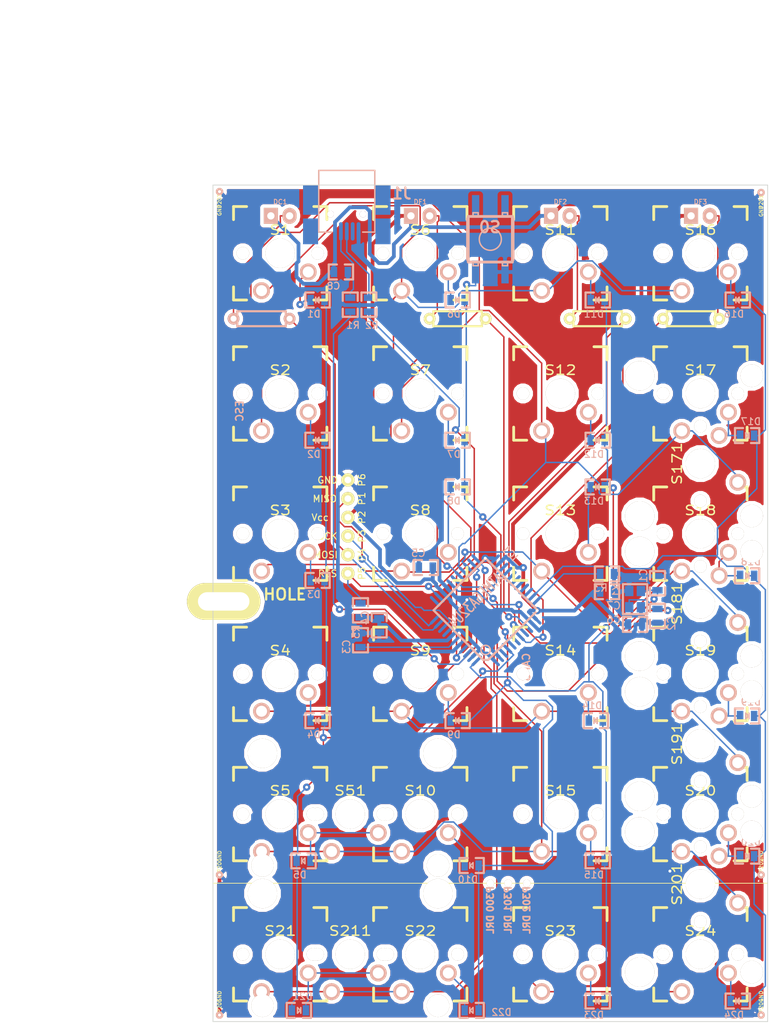
<source format=kicad_pcb>
(kicad_pcb (version 3) (host pcbnew "(2013-02-13 BZR 3947)-testing")
  (title_block (title GH60) (rev B) (company "geekhack GH60 design team"))
  (layers (15 Front signal) (0 Back signal) (20 B.SilkS user) (21 F.SilkS user) (22 B.Mask user) (23 F.Mask user) (28 Edge.Cuts user))
  (net 0 "")
  (net 1 /GPIO0)
  (net 2 /GPIO1)
  (net 3 /GPIO2)
  (net 4 /MISO)
  (net 5 /Matrix/col1)
  (net 6 /Matrix/col2)
  (net 7 /Matrix/col3)
  (net 8 /Matrix/col4)
  (net 9 /Matrix/numlock)
  (net 10 /Matrix/row1)
  (net 11 /Matrix/row2)
  (net 12 /Matrix/row3)
  (net 13 /Matrix/row4)
  (net 14 /Matrix/row5)
  (net 15 /Matrix/row6)
  (net 16 /SCK)
  (net 17 /VIN)
  (net 18 /~RES~)
  (net 19 GND)
  (net 20 N-000001)
  (net 21 N-0000015)
  (net 22 N-0000019)
  (net 23 N-000002)
  (net 24 N-0000027)
  (net 25 N-0000028)
  (net 26 N-000003)
  (net 27 N-000004)
  (net 28 N-0000044)
  (net 29 N-0000045)
  (net 30 N-0000046)
  (net 31 N-0000047)
  (net 32 N-0000048)
  (net 33 N-0000049)
  (net 34 N-000005)
  (net 35 N-0000050)
  (net 36 N-0000051)
  (net 37 N-0000052)
  (net 38 N-0000053)
  (net 39 N-0000054)
  (net 40 N-0000055)
  (net 41 N-0000056)
  (net 42 N-0000057)
  (net 43 N-0000058)
  (net 44 N-0000059)
  (net 45 N-000006)
  (net 46 N-0000060)
  (net 47 N-0000061)
  (net 48 N-0000062)
  (net 49 N-0000063)
  (net 50 N-0000064)
  (net 51 N-0000065)
  (net 52 N-0000066)
  (net 53 N-0000067)
  (net 54 N-0000068)
  (net 55 N-000008)
  (net 56 VCC)
  (module PKRHSL (layer Front) (at 63.7489 121.121)
    (fp_text reference H2 hide)
    (fp_text value HOLE (at 8.3236 -0.94852) (layer F.SilkS) (effects (font (size 1.524 1.524) (thickness 0.3048))))
    (pad 0 thru_hole oval (at 0 0) (size 9.99998 5.00126) (drill oval 7.000238 2.499359) (layers *.Cu *.Mask F.SilkS))
  )
  (module KSEM31GLFS (layer Back) (at 100.012 71.9125 90)
    (fp_text reference S0 (at 1.64202 -0.0625 360) (layer B.SilkS) (effects (font (size 1.524 1.524) (thickness 0.3048)) (justify mirror)))
    (fp_text value DTSM-6 hide)
    (pad 1 smd rect (at -4.45 2.0015 90) (size 3.1 1) (layers Back B.Mask) (net 19 GND))
    (pad 4 smd rect (at 4.45 -1.999 90) (size 3.1 1) (layers Back B.Mask))
    (pad 2 smd rect (at 4.45 1.999 90) (size 3.1 1) (layers Back B.Mask))
    (pad 3 smd rect (at -4.45 -1.999 90) (size 3.1 1) (layers Back B.Mask) (net 18 /~RES~))
  )
  (module 67503 (layer Back) (at 80.49 64.59 180)
    (fp_text reference J1 (at -7.4575 -1.10202 180) (layer B.SilkS) (effects (font (size 1.524 1.524) (thickness 0.3048)) (justify mirror)))
    (fp_text value MINI hide)
    (pad "" smd rect (at -4.92506 -1.99898 180) (size 2.04978 4.0005) (layers Back B.Mask))
    (pad "" smd rect (at 4.92506 -1.99898 180) (size 2.04978 4.0005) (layers Back B.Mask))
    (pad "" smd rect (at 4.92506 -6.25094 180) (size 2.04978 3.50012) (layers Back B.Mask))
    (pad "" smd rect (at -4.92506 -6.25094 180) (size 2.04978 3.50012) (layers Back B.Mask))
    (pad 3 smd oval (at 0 -6.2509 180) (size 0.5004 2.5) (layers Back B.Mask) (net 22 N-0000019))
    (pad 2 smd oval (at 0.8001 -6.2509 180) (size 0.5004 2.5) (layers Back B.Mask) (net 27 N-000004))
    (pad 1 smd oval (at 1.6002 -6.2509 180) (size 0.5004 2.5) (layers Back B.Mask) (net 56 VCC))
    (pad 4 smd oval (at -0.8001 -6.2509 180) (size 0.5004 2.5) (layers Back B.Mask))
    (pad 5 smd oval (at -1.6002 -6.2509 180) (size 0.5004 2.5) (layers Back B.Mask) (net 19 GND))
    (pad "" thru_hole circle (at 2.2 -3.9 180) (size 0.9 0.9) (drill 0.9) (layers *.Cu *.Mask B.SilkS))
    (pad "" thru_hole circle (at -2.2 -3.9 180) (size 0.9 0.9) (drill 0.9) (layers *.Cu *.Mask B.SilkS))
  )
  (module ASX3F (layer Back) (at 119.698 120.81 270)
    (fp_text reference X1 (at -1.143 2.54 270) (layer B.SilkS) (effects (font (thickness 0.1588)) (justify mirror)))
    (fp_text value ASX3F hide)
    (pad 4 smd rect (at -1.09982 0.8001 270) (size 1.39954 1.15062) (layers Back B.Mask) (net 19 GND))
    (pad 3 smd rect (at 1.09982 0.8001 270) (size 1.39954 1.15062) (layers Back B.Mask) (net 23 N-000002))
    (pad 1 smd rect (at -1.09982 -0.8001 270) (size 1.39954 1.15062) (layers Back B.Mask) (net 20 N-000001))
    (pad 2 smd rect (at 1.09982 -0.8001 270) (size 1.39954 1.15062) (layers Back B.Mask) (net 19 GND))
  )
  (module TQFP44 (layer Back) (at 99.3775 122.331 45)
    (fp_text reference IC1 (at 7.808 -3.1801 135) (layer B.SilkS) (effects (font (thickness 0.1588)) (justify mirror)))
    (fp_text value ATMEGA32U4 (at 0 -1.905 45) (layer B.SilkS) (effects (font (size 1.524 1.016) (thickness 0.2032)) (justify mirror)))
    (pad 39 smd oval (at 0 5.715 45) (size 0.4064 1.89992) (layers Back B.Mask))
    (pad 40 smd oval (at -0.8001 5.715 45) (size 0.4064 1.89992) (layers Back B.Mask) (net 6 /Matrix/col2))
    (pad 41 smd oval (at -1.6002 5.715 45) (size 0.4064 1.89992) (layers Back B.Mask) (net 5 /Matrix/col1))
    (pad 42 smd oval (at -2.4003 5.715 45) (size 0.4064 1.89992) (layers Back B.Mask))
    (pad 43 smd oval (at -3.2004 5.715 45) (size 0.4064 1.89992) (layers Back B.Mask) (net 19 GND))
    (pad 44 smd oval (at -4.0005 5.715 45) (size 0.4064 1.89992) (layers Back B.Mask) (net 56 VCC))
    (pad 38 smd oval (at 0.8001 5.715 45) (size 0.4064 1.89992) (layers Back B.Mask) (net 3 /GPIO2))
    (pad 37 smd oval (at 1.6002 5.715 45) (size 0.4064 1.89992) (layers Back B.Mask) (net 2 /GPIO1))
    (pad 36 smd oval (at 2.4003 5.715 45) (size 0.4064 1.89992) (layers Back B.Mask) (net 1 /GPIO0))
    (pad 35 smd oval (at 3.2004 5.715 45) (size 0.4064 1.89992) (layers Back B.Mask) (net 19 GND))
    (pad 34 smd oval (at 4.0005 5.715 45) (size 0.4064 1.89992) (layers Back B.Mask) (net 56 VCC))
    (pad 17 smd oval (at 0 -5.715 45) (size 0.4064 1.89992) (layers Back B.Mask) (net 23 N-000002))
    (pad 16 smd oval (at -0.8001 -5.715 45) (size 0.4064 1.89992) (layers Back B.Mask) (net 20 N-000001))
    (pad 15 smd oval (at -1.6002 -5.715 45) (size 0.4064 1.89992) (layers Back B.Mask) (net 19 GND))
    (pad 14 smd oval (at -2.4003 -5.715 45) (size 0.4064 1.89992) (layers Back B.Mask) (net 56 VCC))
    (pad 13 smd oval (at -3.2004 -5.715 45) (size 0.4064 1.89992) (layers Back B.Mask) (net 18 /~RES~))
    (pad 12 smd oval (at -4.0005 -5.715 45) (size 0.4064 1.89992) (layers Back B.Mask))
    (pad 18 smd oval (at 0.8001 -5.715 45) (size 0.4064 1.89992) (layers Back B.Mask) (net 10 /Matrix/row1))
    (pad 19 smd oval (at 1.6002 -5.715 45) (size 0.4064 1.89992) (layers Back B.Mask) (net 11 /Matrix/row2))
    (pad 20 smd oval (at 2.4003 -5.715 45) (size 0.4064 1.89992) (layers Back B.Mask) (net 12 /Matrix/row3))
    (pad 21 smd oval (at 3.2004 -5.715 45) (size 0.4064 1.89992) (layers Back B.Mask) (net 13 /Matrix/row4))
    (pad 22 smd oval (at 4.0005 -5.715 45) (size 0.4064 1.89992) (layers Back B.Mask) (net 15 /Matrix/row6))
    (pad 6 smd oval (at -5.715 0 45) (size 1.89992 0.4064) (layers Back B.Mask) (net 26 N-000003))
    (pad 28 smd oval (at 5.715 0 45) (size 1.89992 0.4064) (layers Back B.Mask))
    (pad 7 smd oval (at -5.715 -0.8001 45) (size 1.89992 0.4064) (layers Back B.Mask) (net 56 VCC))
    (pad 27 smd oval (at 5.715 -0.8001 45) (size 1.89992 0.4064) (layers Back B.Mask))
    (pad 26 smd oval (at 5.715 -1.6002 45) (size 1.89992 0.4064) (layers Back B.Mask))
    (pad 8 smd oval (at -5.715 -1.6002 45) (size 1.89992 0.4064) (layers Back B.Mask))
    (pad 9 smd oval (at -5.715 -2.4003 45) (size 1.89992 0.4064) (layers Back B.Mask) (net 16 /SCK))
    (pad 25 smd oval (at 5.715 -2.4003 45) (size 1.89992 0.4064) (layers Back B.Mask) (net 14 /Matrix/row5))
    (pad 24 smd oval (at 5.715 -3.2004 45) (size 1.89992 0.4064) (layers Back B.Mask) (net 56 VCC))
    (pad 10 smd oval (at -5.715 -3.2004 45) (size 1.89992 0.4064) (layers Back B.Mask) (net 9 /Matrix/numlock))
    (pad 11 smd oval (at -5.715 -4.0005 45) (size 1.89992 0.4064) (layers Back B.Mask) (net 4 /MISO))
    (pad 23 smd oval (at 5.715 -4.0005 45) (size 1.89992 0.4064) (layers Back B.Mask) (net 19 GND))
    (pad 29 smd oval (at 5.715 0.8001 45) (size 1.89992 0.4064) (layers Back B.Mask))
    (pad 5 smd oval (at -5.715 0.8001 45) (size 1.89992 0.4064) (layers Back B.Mask) (net 19 GND))
    (pad 4 smd oval (at -5.715 1.6002 45) (size 1.89992 0.4064) (layers Back B.Mask) (net 34 N-000005))
    (pad 30 smd oval (at 5.715 1.6002 45) (size 1.89992 0.4064) (layers Back B.Mask))
    (pad 31 smd oval (at 5.715 2.4003 45) (size 1.89992 0.4064) (layers Back B.Mask))
    (pad 3 smd oval (at -5.715 2.4003 45) (size 1.89992 0.4064) (layers Back B.Mask) (net 45 N-000006))
    (pad 2 smd oval (at -5.715 3.2004 45) (size 1.89992 0.4064) (layers Back B.Mask) (net 56 VCC))
    (pad 32 smd oval (at 5.715 3.2004 45) (size 1.89992 0.4064) (layers Back B.Mask) (net 8 /Matrix/col4))
    (pad 33 smd oval (at 5.715 4.0005 45) (size 1.89992 0.4064) (layers Back B.Mask) (net 55 N-000008))
    (pad 1 smd oval (at -5.715 4.0005 45) (size 1.89992 0.4064) (layers Back B.Mask) (net 7 /Matrix/col3))
  )
  (module SM0805 (layer Back) (at 79.6925 76.3575)
    (fp_text reference C8 (at -1.016 1.905) (layer B.SilkS) (effects (font (size 0.935 0.935) (thickness 0.1588)) (justify mirror)))
    (fp_text value 1u hide)
    (pad 1 smd rect (at -0.9525 0) (size 0.889 1.397) (layers Back B.Mask) (net 56 VCC))
    (pad 2 smd rect (at 0.9525 0) (size 0.889 1.397) (layers Back B.Mask) (net 19 GND))
  )
  (module SM0805 (layer Back) (at 122.746 118.651 90)
    (fp_text reference C1 (at 1.016 -1.905 90) (layer B.SilkS) (effects (font (thickness 0.1588)) (justify mirror)))
    (fp_text value 22p hide)
    (pad 1 smd rect (at -0.9525 0 90) (size 0.889 1.397) (layers Back B.Mask) (net 20 N-000001))
    (pad 2 smd rect (at 0.9525 0 90) (size 0.889 1.397) (layers Back B.Mask) (net 19 GND))
  )
  (module SM0805 (layer Back) (at 122.746 123.096 270)
    (fp_text reference C2 (at 1.016 -1.905 270) (layer B.SilkS) (effects (font (thickness 0.1588)) (justify mirror)))
    (fp_text value 22p hide)
    (pad 1 smd rect (at -0.9525 0 270) (size 0.889 1.397) (layers Back B.Mask) (net 23 N-000002))
    (pad 2 smd rect (at 0.9525 0 270) (size 0.889 1.397) (layers Back B.Mask) (net 19 GND))
  )
  (module SM0805 (layer Back) (at 84.8995 124.363 270)
    (fp_text reference C4 (at -1.016 1.905 270) (layer B.SilkS) (effects (font (thickness 0.1588)) (justify mirror)))
    (fp_text value 100n hide)
    (pad 1 smd rect (at -0.9525 0 270) (size 0.889 1.397) (layers Back B.Mask) (net 56 VCC))
    (pad 2 smd rect (at 0.9525 0 270) (size 0.889 1.397) (layers Back B.Mask) (net 19 GND))
  )
  (module SM0805 (layer Back) (at 91.237 116.523 180)
    (fp_text reference C5 (at 1.016 1.9685 180) (layer B.SilkS) (effects (font (thickness 0.1588)) (justify mirror)))
    (fp_text value 100n hide)
    (pad 1 smd rect (at -0.9525 0 180) (size 0.889 1.397) (layers Back B.Mask) (net 56 VCC))
    (pad 2 smd rect (at 0.9525 0 180) (size 0.889 1.397) (layers Back B.Mask) (net 19 GND))
  )
  (module SM0805 (layer Back) (at 119.698 124.239)
    (fp_text reference C6 (at -2.921 -0.635) (layer B.SilkS) (effects (font (thickness 0.1588)) (justify mirror)))
    (fp_text value 100n hide)
    (pad 1 smd rect (at -0.9525 0) (size 0.889 1.397) (layers Back B.Mask) (net 56 VCC))
    (pad 2 smd rect (at 0.9525 0) (size 0.889 1.397) (layers Back B.Mask) (net 19 GND))
  )
  (module SM0805 (layer Back) (at 115.888 119.794)
    (fp_text reference C7 (at 0.889 1.905) (layer B.SilkS) (effects (font (thickness 0.1588)) (justify mirror)))
    (fp_text value 100n hide)
    (pad 1 smd rect (at -0.9525 0) (size 0.889 1.397) (layers Back B.Mask) (net 56 VCC))
    (pad 2 smd rect (at 0.9525 0) (size 0.889 1.397) (layers Back B.Mask) (net 19 GND))
  )
  (module SM0805 (layer Back) (at 80.9625 80.8025 90)
    (fp_text reference R1 (at -2.794 0.381 180) (layer B.SilkS) (effects (font (size 0.935 0.935) (thickness 0.1588)) (justify mirror)))
    (fp_text value 22 hide)
    (pad 1 smd rect (at -0.9525 0 90) (size 0.889 1.397) (layers Back B.Mask) (net 45 N-000006))
    (pad 2 smd rect (at 0.9525 0 90) (size 0.889 1.397) (layers Back B.Mask) (net 27 N-000004))
  )
  (module SM0805 (layer Back) (at 83.5025 80.8025 90)
    (fp_text reference R2 (at -2.794 0.381 180) (layer B.SilkS) (effects (font (size 0.935 0.935) (thickness 0.1588)) (justify mirror)))
    (fp_text value 22 hide)
    (pad 1 smd rect (at -0.9525 0 90) (size 0.889 1.397) (layers Back B.Mask) (net 34 N-000005))
    (pad 2 smd rect (at 0.9525 0 90) (size 0.889 1.397) (layers Back B.Mask) (net 22 N-0000019))
  )
  (module SM0805 (layer Back) (at 82.3595 126.395 90)
    (fp_text reference C3 (at -0.889 -1.905 90) (layer B.SilkS) (effects (font (thickness 0.1588)) (justify mirror)))
    (fp_text value 1u hide)
    (pad 1 smd rect (at -0.9525 0 90) (size 0.889 1.397) (layers Back B.Mask) (net 26 N-000003))
    (pad 2 smd rect (at 0.9525 0 90) (size 0.889 1.397) (layers Back B.Mask) (net 19 GND))
  )
  (module SM0805 (layer Back) (at 115.888 117.381)
    (fp_text reference R3 (at -0.889 1.905) (layer B.SilkS) (effects (font (thickness 0.1588)) (justify mirror)))
    (fp_text value 10k hide)
    (pad 1 smd rect (at -0.9525 0) (size 0.889 1.397) (layers Back B.Mask) (net 55 N-000008))
    (pad 2 smd rect (at 0.9525 0) (size 0.889 1.397) (layers Back B.Mask) (net 19 GND))
  )
  (module SM0805 (layer Back) (at 82.3595 122.331 90)
    (fp_text reference R5 (at -2.921 -0.635 90) (layer B.SilkS) (effects (font (thickness 0.1588)) (justify mirror)))
    (fp_text value 10k hide)
    (pad 1 smd rect (at -0.9525 0 90) (size 0.889 1.397) (layers Back B.Mask) (net 56 VCC))
    (pad 2 smd rect (at 0.9525 0 90) (size 0.889 1.397) (layers Back B.Mask) (net 18 /~RES~))
  )
  (module SM0805D (layer Back) (at 97.4725 176.69 180)
    (fp_text reference D22 (at -4.064 -0.25402 180) (layer B.SilkS) (effects (font (size 0.935 0.935) (thickness 0.1588)) (justify mirror)))
    (fp_text value 1N4148 hide)
    (pad 1 smd rect (at -0.9525 0 180) (size 0.889 1.397) (layers Back B.Mask) (net 6 /Matrix/col2))
    (pad 2 smd rect (at 0.9525 0 180) (size 0.889 1.397) (layers Back B.Mask) (net 30 N-0000046))
  )
  (module SM0805D (layer Back) (at 73.9775 176.69)
    (fp_text reference D21 (at 0.508 -1.905) (layer B.SilkS) (effects (font (size 0.935 0.935) (thickness 0.1588)) (justify mirror)))
    (fp_text value 1N4148 hide)
    (pad 1 smd rect (at -0.9525 0) (size 0.889 1.397) (layers Back B.Mask) (net 5 /Matrix/col1))
    (pad 2 smd rect (at 0.9525 0) (size 0.889 1.397) (layers Back B.Mask) (net 36 N-0000051))
  )
  (module SM0805D (layer Back) (at 134.938 117.635)
    (fp_text reference D18 (at 0.508 -1.905) (layer B.SilkS) (effects (font (size 0.935 0.935) (thickness 0.1588)) (justify mirror)))
    (fp_text value 1N4148 hide)
    (pad 1 smd rect (at -0.9525 0) (size 0.889 1.397) (layers Back B.Mask) (net 35 N-0000050))
    (pad 2 smd rect (at 0.9525 0) (size 0.889 1.397) (layers Back B.Mask) (net 8 /Matrix/col4))
  )
  (module SM0805D (layer Back) (at 134.938 98.585)
    (fp_text reference D17 (at 0.508 -1.905) (layer B.SilkS) (effects (font (size 0.935 0.935) (thickness 0.1588)) (justify mirror)))
    (fp_text value 1N4148 hide)
    (pad 1 smd rect (at -0.9525 0) (size 0.889 1.397) (layers Back B.Mask) (net 40 N-0000055))
    (pad 2 smd rect (at 0.9525 0) (size 0.889 1.397) (layers Back B.Mask) (net 8 /Matrix/col4))
  )
  (module SM0805D (layer Back) (at 133.668 80.1675 180)
    (fp_text reference D16 (at 0.508 -1.905 180) (layer B.SilkS) (effects (font (size 0.935 0.935) (thickness 0.1588)) (justify mirror)))
    (fp_text value 1N4148 hide)
    (pad 1 smd rect (at -0.9525 0 180) (size 0.889 1.397) (layers Back B.Mask) (net 8 /Matrix/col4))
    (pad 2 smd rect (at 0.9525 0 180) (size 0.889 1.397) (layers Back B.Mask) (net 46 N-0000060))
  )
  (module SM0805D (layer Back) (at 114.364 137.317 180)
    (fp_text reference D14 (at 0.508 2.032 180) (layer B.SilkS) (effects (font (size 0.935 0.935) (thickness 0.1588)) (justify mirror)))
    (fp_text value 1N4148 hide)
    (pad 1 smd rect (at -0.9525 0 180) (size 0.889 1.397) (layers Back B.Mask) (net 7 /Matrix/col3))
    (pad 2 smd rect (at 0.9525 0 180) (size 0.889 1.397) (layers Back B.Mask) (net 50 N-0000064))
  )
  (module SM0805D (layer Back) (at 114.618 105.567 180)
    (fp_text reference D13 (at 0.508 -1.905 180) (layer B.SilkS) (effects (font (size 0.935 0.935) (thickness 0.1588)) (justify mirror)))
    (fp_text value 1N4148 hide)
    (pad 1 smd rect (at -0.9525 0 180) (size 0.889 1.397) (layers Back B.Mask) (net 7 /Matrix/col3))
    (pad 2 smd rect (at 0.9525 0 180) (size 0.889 1.397) (layers Back B.Mask) (net 53 N-0000067))
  )
  (module SM0805D (layer Back) (at 114.618 99.2175 180)
    (fp_text reference D12 (at 0.508 -1.905 180) (layer B.SilkS) (effects (font (size 0.935 0.935) (thickness 0.1588)) (justify mirror)))
    (fp_text value 1N4148 hide)
    (pad 1 smd rect (at -0.9525 0 180) (size 0.889 1.397) (layers Back B.Mask) (net 7 /Matrix/col3))
    (pad 2 smd rect (at 0.9525 0 180) (size 0.889 1.397) (layers Back B.Mask) (net 41 N-0000056))
  )
  (module SM0805D (layer Back) (at 114.618 80.1675 180)
    (fp_text reference D11 (at 0.508 -1.905 180) (layer B.SilkS) (effects (font (size 0.935 0.935) (thickness 0.1588)) (justify mirror)))
    (fp_text value 1N4148 hide)
    (pad 1 smd rect (at -0.9525 0 180) (size 0.889 1.397) (layers Back B.Mask) (net 7 /Matrix/col3))
    (pad 2 smd rect (at 0.9525 0 180) (size 0.889 1.397) (layers Back B.Mask) (net 47 N-0000061))
  )
  (module pad (layer Front) (at 80.642 107.157 90)
    (fp_text reference P1 (at 0 1.905 90) (layer F.SilkS) (effects (font (size 0.9 0.9))))
    (fp_text value MISO (at -0.0255 -3.14198 180) (layer F.SilkS) (effects (font (size 0.9 0.9))))
    (pad 1 thru_hole circle (at 0 0 90) (size 1.8 1.8) (drill 0.9) (layers *.Cu *.Mask F.SilkS) (net 4 /MISO))
  )
  (module pad (layer Front) (at 80.642 112.237 90)
    (fp_text reference P3 (at 0 1.905 90) (layer F.SilkS) (effects (font (size 0.9 0.9))))
    (fp_text value SCK (at -0.0255 -2.76098 180) (layer F.SilkS) (effects (font (size 0.9 0.9))))
    (pad 1 thru_hole circle (at 0 0 90) (size 1.8 1.8) (drill 0.9) (layers *.Cu *.Mask F.SilkS) (net 16 /SCK))
  )
  (module pad (layer Front) (at 80.642 117.317 90)
    (fp_text reference P5 (at 0 1.905 90) (layer F.SilkS) (effects (font (size 0.9 0.9))))
    (fp_text value RES (at -0.0255 -2.76098 180) (layer F.SilkS) (effects (font (size 0.9 0.9))))
    (pad 1 thru_hole circle (at 0 0 90) (size 1.8 1.8) (drill 0.9) (layers *.Cu *.Mask F.SilkS) (net 18 /~RES~))
  )
  (module pad (layer Front) (at 80.642 109.697 90)
    (fp_text reference P2 (at 0 1.905 90) (layer F.SilkS) (effects (font (size 0.9 0.9))))
    (fp_text value Vcc (at -0.0255 -3.77698 180) (layer F.SilkS) (effects (font (size 0.9 0.9))))
    (pad 1 thru_hole circle (at 0 0 90) (size 1.8 1.8) (drill 0.9) (layers *.Cu *.Mask F.SilkS) (net 56 VCC))
  )
  (module pad (layer Front) (at 80.642 114.777 90)
    (fp_text reference P4 (at 0 1.905 90) (layer F.SilkS) (effects (font (size 0.9 0.9))))
    (fp_text value MOSI (at -0.0255 -3.01498 180) (layer F.SilkS) (effects (font (size 0.9 0.9))))
    (pad 1 thru_hole circle (at 0 0 90) (size 1.8 1.8) (drill 0.9) (layers *.Cu *.Mask F.SilkS) (net 9 /Matrix/numlock))
  )
  (module pad (layer Front) (at 80.642 104.617 90)
    (fp_text reference P6 (at 0 1.905 90) (layer F.SilkS) (effects (font (size 0.9 0.9))))
    (fp_text value GND (at -0.0255 -2.76098 180) (layer F.SilkS) (effects (font (size 0.9 0.9))))
    (pad 1 thru_hole circle (at 0 0 90) (size 1.8 1.8) (drill 0.9) (layers *.Cu *.Mask F.SilkS) (net 19 GND))
  )
  (module R3 (layer Back) (at 68.8975 82.7075)
    (fp_text reference R4 hide)
    (fp_text value 300 hide)
    (pad 1 thru_hole circle (at -3.81 0) (size 1.6 1.6) (drill 0.812799) (layers *.Cu *.Mask B.SilkS) (net 49 N-0000063))
    (pad 2 thru_hole circle (at 3.81 0) (size 1.6 1.6) (drill 0.812799) (layers *.Cu *.Mask B.SilkS) (net 9 /Matrix/numlock))
  )
  (module CHERRY_PCB_100H_Plated (layer Front) (at 71.4375 169.07 180)
    (fp_text reference S21 (at 0 3.175 180) (layer F.SilkS) (effects (font (size 1.27 1.524) (thickness 0.2032))))
    (fp_text value MX1A hide)
    (pad 1 thru_hole circle (at 2.54 -5.08 180) (size 2.286 2.286) (drill 1.498599) (layers *.Cu *.SilkS *.Mask) (net 15 /Matrix/row6))
    (pad 2 thru_hole circle (at -3.81 -2.54 180) (size 2.286 2.286) (drill 1.498599) (layers *.Cu *.SilkS *.Mask) (net 36 N-0000051))
    (pad HOLE thru_hole circle (at 0 0 180) (size 3.9878 3.9878) (drill 3.9878) (layers *.Cu *.Mask F.SilkS))
    (pad HOLE thru_hole circle (at -5.08 0 180) (size 1.7018 1.7018) (drill 1.701799) (layers *.Cu *.Mask F.SilkS))
    (pad HOLE thru_hole circle (at 5.08 0 180) (size 1.7018 1.7018) (drill 1.701799) (layers *.Cu *.Mask F.SilkS))
  )
  (module CHERRY_PCB_100H_Plated (layer Front) (at 109.538 130.967 180)
    (fp_text reference S14 (at 0 3.175 180) (layer F.SilkS) (effects (font (size 1.27 1.524) (thickness 0.2032))))
    (fp_text value MX1A hide)
    (pad 1 thru_hole circle (at 2.54 -5.08 180) (size 2.286 2.286) (drill 1.498599) (layers *.Cu *.SilkS *.Mask) (net 13 /Matrix/row4))
    (pad 2 thru_hole circle (at -3.81 -2.54 180) (size 2.286 2.286) (drill 1.498599) (layers *.Cu *.SilkS *.Mask) (net 50 N-0000064))
    (pad HOLE thru_hole circle (at 0 0 180) (size 3.9878 3.9878) (drill 3.9878) (layers *.Cu *.Mask F.SilkS))
    (pad HOLE thru_hole circle (at -5.08 0 180) (size 1.7018 1.7018) (drill 1.701799) (layers *.Cu *.Mask F.SilkS))
    (pad HOLE thru_hole circle (at 5.08 0 180) (size 1.7018 1.7018) (drill 1.701799) (layers *.Cu *.Mask F.SilkS))
  )
  (module CHERRY_PCB_100H_Plated (layer Front) (at 109.538 92.8675 180)
    (fp_text reference S12 (at 0 3.175 180) (layer F.SilkS) (effects (font (size 1.27 1.524) (thickness 0.2032))))
    (fp_text value MX1A hide)
    (pad 1 thru_hole circle (at 2.54 -5.08 180) (size 2.286 2.286) (drill 1.498599) (layers *.Cu *.SilkS *.Mask) (net 11 /Matrix/row2))
    (pad 2 thru_hole circle (at -3.81 -2.54 180) (size 2.286 2.286) (drill 1.498599) (layers *.Cu *.SilkS *.Mask) (net 41 N-0000056))
    (pad HOLE thru_hole circle (at 0 0 180) (size 3.9878 3.9878) (drill 3.9878) (layers *.Cu *.Mask F.SilkS))
    (pad HOLE thru_hole circle (at -5.08 0 180) (size 1.7018 1.7018) (drill 1.701799) (layers *.Cu *.Mask F.SilkS))
    (pad HOLE thru_hole circle (at 5.08 0 180) (size 1.7018 1.7018) (drill 1.701799) (layers *.Cu *.Mask F.SilkS))
  )
  (module CHERRY_PCB_100H_Plated (layer Front) (at 128.588 73.82 180)
    (fp_text reference S16 (at 0 3.175 180) (layer F.SilkS) (effects (font (size 1.27 1.524) (thickness 0.2032))))
    (fp_text value MX1A hide)
    (pad 1 thru_hole circle (at 2.54 -5.08 180) (size 2.286 2.286) (drill 1.498599) (layers *.Cu *.SilkS *.Mask) (net 10 /Matrix/row1))
    (pad 2 thru_hole circle (at -3.81 -2.54 180) (size 2.286 2.286) (drill 1.498599) (layers *.Cu *.SilkS *.Mask) (net 46 N-0000060))
    (pad HOLE thru_hole circle (at 0 0 180) (size 3.9878 3.9878) (drill 3.9878) (layers *.Cu *.Mask F.SilkS))
    (pad HOLE thru_hole circle (at -5.08 0 180) (size 1.7018 1.7018) (drill 1.701799) (layers *.Cu *.Mask F.SilkS))
    (pad HOLE thru_hole circle (at 5.08 0 180) (size 1.7018 1.7018) (drill 1.701799) (layers *.Cu *.Mask F.SilkS))
  )
  (module CHERRY_PCB_100H_Plated (layer Front) (at 109.538 73.82 180)
    (fp_text reference S11 (at 0 3.175 180) (layer F.SilkS) (effects (font (size 1.27 1.524) (thickness 0.2032))))
    (fp_text value MX1A hide)
    (pad 1 thru_hole circle (at 2.54 -5.08 180) (size 2.286 2.286) (drill 1.498599) (layers *.Cu *.SilkS *.Mask) (net 10 /Matrix/row1))
    (pad 2 thru_hole circle (at -3.81 -2.54 180) (size 2.286 2.286) (drill 1.498599) (layers *.Cu *.SilkS *.Mask) (net 47 N-0000061))
    (pad HOLE thru_hole circle (at 0 0 180) (size 3.9878 3.9878) (drill 3.9878) (layers *.Cu *.Mask F.SilkS))
    (pad HOLE thru_hole circle (at -5.08 0 180) (size 1.7018 1.7018) (drill 1.701799) (layers *.Cu *.Mask F.SilkS))
    (pad HOLE thru_hole circle (at 5.08 0 180) (size 1.7018 1.7018) (drill 1.701799) (layers *.Cu *.Mask F.SilkS))
  )
  (module CHERRY_PCB_100H_Plated (layer Front) (at 109.538 111.917 180)
    (fp_text reference S13 (at 0 3.175 180) (layer F.SilkS) (effects (font (size 1.27 1.524) (thickness 0.2032))))
    (fp_text value MX1A hide)
    (pad 1 thru_hole circle (at 2.54 -5.08 180) (size 2.286 2.286) (drill 1.498599) (layers *.Cu *.SilkS *.Mask) (net 12 /Matrix/row3))
    (pad 2 thru_hole circle (at -3.81 -2.54 180) (size 2.286 2.286) (drill 1.498599) (layers *.Cu *.SilkS *.Mask) (net 53 N-0000067))
    (pad HOLE thru_hole circle (at 0 0 180) (size 3.9878 3.9878) (drill 3.9878) (layers *.Cu *.Mask F.SilkS))
    (pad HOLE thru_hole circle (at -5.08 0 180) (size 1.7018 1.7018) (drill 1.701799) (layers *.Cu *.Mask F.SilkS))
    (pad HOLE thru_hole circle (at 5.08 0 180) (size 1.7018 1.7018) (drill 1.701799) (layers *.Cu *.Mask F.SilkS))
  )
  (module CHERRY_PCB_100H_Plated (layer Front) (at 90.4875 169.07 180)
    (fp_text reference S22 (at 0 3.175 180) (layer F.SilkS) (effects (font (size 1.27 1.524) (thickness 0.2032))))
    (fp_text value MX1A hide)
    (pad 1 thru_hole circle (at 2.54 -5.08 180) (size 2.286 2.286) (drill 1.498599) (layers *.Cu *.SilkS *.Mask) (net 15 /Matrix/row6))
    (pad 2 thru_hole circle (at -3.81 -2.54 180) (size 2.286 2.286) (drill 1.498599) (layers *.Cu *.SilkS *.Mask) (net 30 N-0000046))
    (pad HOLE thru_hole circle (at 0 0 180) (size 3.9878 3.9878) (drill 3.9878) (layers *.Cu *.Mask F.SilkS))
    (pad HOLE thru_hole circle (at -5.08 0 180) (size 1.7018 1.7018) (drill 1.701799) (layers *.Cu *.Mask F.SilkS))
    (pad HOLE thru_hole circle (at 5.08 0 180) (size 1.7018 1.7018) (drill 1.701799) (layers *.Cu *.Mask F.SilkS))
  )
  (module MX_LED (layer Front) (at 128.588 73.8175 180)
    (fp_text reference DF3 (at 0 6.985 180) (layer B.SilkS) (effects (font (size 0.635 0.635) (thickness 0.127))))
    (fp_text value LED hide)
    (pad 2 thru_hole oval (at -1.27 5.08 180) (size 1.905 2.159) (drill 0.9906) (layers *.Cu *.SilkS *.Mask) (net 21 N-0000015))
    (pad 1 thru_hole rect (at 1.27 5.08 180) (size 1.905 2.159) (drill 0.9906) (layers *.Cu *.SilkS *.Mask) (net 56 VCC))
  )
  (module MX_LED (layer Front) (at 71.4375 73.8175 180)
    (fp_text reference DC1 (at 0 6.985 180) (layer B.SilkS) (effects (font (size 0.635 0.635) (thickness 0.127))))
    (fp_text value LED hide)
    (pad 2 thru_hole oval (at -1.27 5.08 180) (size 1.905 2.159) (drill 0.9906) (layers *.Cu *.SilkS *.Mask) (net 49 N-0000063))
    (pad 1 thru_hole rect (at 1.27 5.08 180) (size 1.905 2.159) (drill 0.9906) (layers *.Cu *.SilkS *.Mask) (net 56 VCC))
  )
  (module Pad-Gnd (layer Front) (at 63.1825 158.275)
    (fp_text reference P200 (at 0 -1.27 90) (layer F.SilkS) (effects (font (size 0.5 0.5) (thickness 0.1))))
    (fp_text value GND (at 0 -2.54 90) (layer F.SilkS) (effects (font (size 0.5 0.5) (thickness 0.1))))
    (pad 1 thru_hole circle (at 0 0) (size 1 1) (drill 0.4) (layers *.Cu *.SilkS *.Mask) (net 19 GND))
  )
  (module Pad-Gnd (layer Front) (at 136.842 65.5625 180)
    (fp_text reference P201 (at 0 -1.27 270) (layer F.SilkS) (effects (font (size 0.5 0.5) (thickness 0.1))))
    (fp_text value GND (at 0 -2.54 270) (layer F.SilkS) (effects (font (size 0.5 0.5) (thickness 0.1))))
    (pad 1 thru_hole circle (at 0 0 180) (size 1 1) (drill 0.4) (layers *.Cu *.SilkS *.Mask) (net 19 GND))
  )
  (module Pad-Gnd (layer Front) (at 136.842 158.275)
    (fp_text reference P202 (at 0 -1.27 90) (layer F.SilkS) (effects (font (size 0.5 0.5) (thickness 0.1))))
    (fp_text value GND (at 0 -2.54 90) (layer F.SilkS) (effects (font (size 0.5 0.5) (thickness 0.1))))
    (pad 1 thru_hole circle (at 0 0) (size 1 1) (drill 0.4) (layers *.Cu *.SilkS *.Mask) (net 19 GND))
  )
  (module Pad-Gnd (layer Front) (at 63.1825 65.438 180)
    (fp_text reference P203 (at 0 -1.27 270) (layer F.SilkS) (effects (font (size 0.5 0.5) (thickness 0.1))))
    (fp_text value GND (at 0 -2.54 270) (layer F.SilkS) (effects (font (size 0.5 0.5) (thickness 0.1))))
    (pad 1 thru_hole circle (at 0 0 180) (size 1 1) (drill 0.4) (layers *.Cu *.SilkS *.Mask) (net 19 GND))
  )
  (module SM0805D (layer Back) (at 95.5675 137.317 180)
    (fp_text reference D9 (at 0.508 -1.905 180) (layer B.SilkS) (effects (font (size 0.935 0.935) (thickness 0.1588)) (justify mirror)))
    (fp_text value 1N4148 hide)
    (pad 1 smd rect (at -0.9525 0 180) (size 0.889 1.397) (layers Back B.Mask) (net 6 /Matrix/col2))
    (pad 2 smd rect (at 0.9525 0 180) (size 0.889 1.397) (layers Back B.Mask) (net 52 N-0000066))
  )
  (module SM0805D (layer Back) (at 134.938 155.735)
    (fp_text reference D20 (at 0.508 -1.905) (layer B.SilkS) (effects (font (size 0.935 0.935) (thickness 0.1588)) (justify mirror)))
    (fp_text value 1N4148 hide)
    (pad 1 smd rect (at -0.9525 0) (size 0.889 1.397) (layers Back B.Mask) (net 37 N-0000052))
    (pad 2 smd rect (at 0.9525 0) (size 0.889 1.397) (layers Back B.Mask) (net 8 /Matrix/col4))
  )
  (module SM0805D (layer Back) (at 134.938 136.685)
    (fp_text reference D19 (at 0.508 -1.905) (layer B.SilkS) (effects (font (size 0.935 0.935) (thickness 0.1588)) (justify mirror)))
    (fp_text value 1N4148 hide)
    (pad 1 smd rect (at -0.9525 0) (size 0.889 1.397) (layers Back B.Mask) (net 38 N-0000053))
    (pad 2 smd rect (at 0.9525 0) (size 0.889 1.397) (layers Back B.Mask) (net 8 /Matrix/col4))
  )
  (module SM0805D (layer Back) (at 114.618 156.367 180)
    (fp_text reference D15 (at 0.508 -1.905 180) (layer B.SilkS) (effects (font (size 0.935 0.935) (thickness 0.1588)) (justify mirror)))
    (fp_text value 1N4148 hide)
    (pad 1 smd rect (at -0.9525 0 180) (size 0.889 1.397) (layers Back B.Mask) (net 7 /Matrix/col3))
    (pad 2 smd rect (at 0.9525 0 180) (size 0.889 1.397) (layers Back B.Mask) (net 31 N-0000047))
  )
  (module SM0805D (layer Back) (at 97.4725 157.005 180)
    (fp_text reference D10 (at 0.508 -1.905 180) (layer B.SilkS) (effects (font (size 0.935 0.935) (thickness 0.1588)) (justify mirror)))
    (fp_text value 1N4148 hide)
    (pad 1 smd rect (at -0.9525 0 180) (size 0.889 1.397) (layers Back B.Mask) (net 6 /Matrix/col2))
    (pad 2 smd rect (at 0.9525 0 180) (size 0.889 1.397) (layers Back B.Mask) (net 32 N-0000048))
  )
  (module SM0805D (layer Back) (at 74.6125 156.37 180)
    (fp_text reference D5 (at 0.508 -1.905 180) (layer B.SilkS) (effects (font (size 0.935 0.935) (thickness 0.1588)) (justify mirror)))
    (fp_text value 1N4148 hide)
    (pad 1 smd rect (at -0.9525 0 180) (size 0.889 1.397) (layers Back B.Mask) (net 39 N-0000054))
    (pad 2 smd rect (at 0.9525 0 180) (size 0.889 1.397) (layers Back B.Mask) (net 5 /Matrix/col1))
  )
  (module SM0805D (layer Back) (at 76.5175 118.267 180)
    (fp_text reference D3 (at 0.508 -1.905 180) (layer B.SilkS) (effects (font (size 0.935 0.935) (thickness 0.1588)) (justify mirror)))
    (fp_text value 1N4148 hide)
    (pad 1 smd rect (at -0.9525 0 180) (size 0.889 1.397) (layers Back B.Mask) (net 5 /Matrix/col1))
    (pad 2 smd rect (at 0.9525 0 180) (size 0.889 1.397) (layers Back B.Mask) (net 44 N-0000059))
  )
  (module SM0805D (layer Back) (at 76.5175 80.1675 180)
    (fp_text reference D1 (at 0.508 -1.905 180) (layer B.SilkS) (effects (font (size 0.935 0.935) (thickness 0.1588)) (justify mirror)))
    (fp_text value 1N4148 hide)
    (pad 1 smd rect (at -0.9525 0 180) (size 0.889 1.397) (layers Back B.Mask) (net 5 /Matrix/col1))
    (pad 2 smd rect (at 0.9525 0 180) (size 0.889 1.397) (layers Back B.Mask) (net 51 N-0000065))
  )
  (module SM0805D (layer Back) (at 95.5675 105.567 180)
    (fp_text reference D8 (at 0.508 -1.905 180) (layer B.SilkS) (effects (font (size 0.935 0.935) (thickness 0.1588)) (justify mirror)))
    (fp_text value 1N4148 hide)
    (pad 1 smd rect (at -0.9525 0 180) (size 0.889 1.397) (layers Back B.Mask) (net 6 /Matrix/col2))
    (pad 2 smd rect (at 0.9525 0 180) (size 0.889 1.397) (layers Back B.Mask) (net 54 N-0000068))
  )
  (module SM0805D (layer Back) (at 95.5675 99.2175 180)
    (fp_text reference D7 (at 0.508 -1.905 180) (layer B.SilkS) (effects (font (size 0.935 0.935) (thickness 0.1588)) (justify mirror)))
    (fp_text value 1N4148 hide)
    (pad 1 smd rect (at -0.9525 0 180) (size 0.889 1.397) (layers Back B.Mask) (net 6 /Matrix/col2))
    (pad 2 smd rect (at 0.9525 0 180) (size 0.889 1.397) (layers Back B.Mask) (net 42 N-0000057))
  )
  (module SM0805D (layer Back) (at 76.5175 137.317 180)
    (fp_text reference D4 (at 0.508 -1.905 180) (layer B.SilkS) (effects (font (size 0.935 0.935) (thickness 0.1588)) (justify mirror)))
    (fp_text value 1N4148 hide)
    (pad 1 smd rect (at -0.9525 0 180) (size 0.889 1.397) (layers Back B.Mask) (net 5 /Matrix/col1))
    (pad 2 smd rect (at 0.9525 0 180) (size 0.889 1.397) (layers Back B.Mask) (net 33 N-0000049))
  )
  (module SM0805D (layer Back) (at 76.5175 99.2175 180)
    (fp_text reference D2 (at 0.508 -1.905 180) (layer B.SilkS) (effects (font (size 0.935 0.935) (thickness 0.1588)) (justify mirror)))
    (fp_text value 1N4148 hide)
    (pad 1 smd rect (at -0.9525 0 180) (size 0.889 1.397) (layers Back B.Mask) (net 5 /Matrix/col1))
    (pad 2 smd rect (at 0.9525 0 180) (size 0.889 1.397) (layers Back B.Mask) (net 43 N-0000058))
  )
  (module SM0805D (layer Back) (at 95.5675 80.1675 180)
    (fp_text reference D6 (at 0.508 -1.905 180) (layer B.SilkS) (effects (font (size 0.935 0.935) (thickness 0.1588)) (justify mirror)))
    (fp_text value 1N4148 hide)
    (pad 1 smd rect (at -0.9525 0 180) (size 0.889 1.397) (layers Back B.Mask) (net 6 /Matrix/col2))
    (pad 2 smd rect (at 0.9525 0 180) (size 0.889 1.397) (layers Back B.Mask) (net 48 N-0000062))
  )
  (module CHERRY_PCB_100H_Plated (layer Front) (at 71.4375 73.8175 180)
    (fp_text reference S1 (at 0 3.175 180) (layer F.SilkS) (effects (font (size 1.27 1.524) (thickness 0.2032))))
    (fp_text value MX1A hide)
    (pad 1 thru_hole circle (at 2.54 -5.08 180) (size 2.286 2.286) (drill 1.498599) (layers *.Cu *.SilkS *.Mask) (net 10 /Matrix/row1))
    (pad 2 thru_hole circle (at -3.81 -2.54 180) (size 2.286 2.286) (drill 1.498599) (layers *.Cu *.SilkS *.Mask) (net 51 N-0000065))
    (pad "H OL" thru_hole circle (at 0 0 180) (size 3.9878 3.9878) (drill 3.9878) (layers *.Cu *.Mask F.SilkS))
    (pad HOLE thru_hole circle (at -5.08 0 180) (size 1.7018 1.7018) (drill 1.701799) (layers *.Cu *.Mask F.SilkS))
    (pad HOLE thru_hole circle (at 5.08 0 180) (size 1.7018 1.7018) (drill 1.701799) (layers *.Cu *.Mask F.SilkS))
  )
  (module CHERRY_PCB_100H_Plated (layer Front) (at 71.4375 130.967 180)
    (fp_text reference S4 (at 0 3.175 180) (layer F.SilkS) (effects (font (size 1.27 1.524) (thickness 0.2032))))
    (fp_text value MX1A hide)
    (pad 1 thru_hole circle (at 2.54 -5.08 180) (size 2.286 2.286) (drill 1.498599) (layers *.Cu *.SilkS *.Mask) (net 13 /Matrix/row4))
    (pad 2 thru_hole circle (at -3.81 -2.54 180) (size 2.286 2.286) (drill 1.498599) (layers *.Cu *.SilkS *.Mask) (net 33 N-0000049))
    (pad HOLE thru_hole circle (at 0 0 180) (size 3.9878 3.9878) (drill 3.9878) (layers *.Cu *.Mask F.SilkS))
    (pad HOLE thru_hole circle (at -5.08 0 180) (size 1.7018 1.7018) (drill 1.701799) (layers *.Cu *.Mask F.SilkS))
    (pad HOLE thru_hole circle (at 5.08 0 180) (size 1.7018 1.7018) (drill 1.701799) (layers *.Cu *.Mask F.SilkS))
  )
  (module CHERRY_PCB_100H_Plated (layer Front) (at 90.4875 130.967 180)
    (fp_text reference S9 (at 0 3.175 180) (layer F.SilkS) (effects (font (size 1.27 1.524) (thickness 0.2032))))
    (fp_text value MX1A hide)
    (pad 1 thru_hole circle (at 2.54 -5.08 180) (size 2.286 2.286) (drill 1.498599) (layers *.Cu *.SilkS *.Mask) (net 13 /Matrix/row4))
    (pad 2 thru_hole circle (at -3.81 -2.54 180) (size 2.286 2.286) (drill 1.498599) (layers *.Cu *.SilkS *.Mask) (net 52 N-0000066))
    (pad HOLE thru_hole circle (at 0 0 180) (size 3.9878 3.9878) (drill 3.9878) (layers *.Cu *.Mask F.SilkS))
    (pad HOLE thru_hole circle (at -5.08 0 180) (size 1.7018 1.7018) (drill 1.701799) (layers *.Cu *.Mask F.SilkS))
    (pad HOLE thru_hole circle (at 5.08 0 180) (size 1.7018 1.7018) (drill 1.701799) (layers *.Cu *.Mask F.SilkS))
  )
  (module CHERRY_PCB_100H_Plated (layer Front) (at 90.4875 150.017 180)
    (fp_text reference S10 (at 0 3.175 180) (layer F.SilkS) (effects (font (size 1.27 1.524) (thickness 0.2032))))
    (fp_text value MX1A hide)
    (pad 1 thru_hole circle (at 2.54 -5.08 180) (size 2.286 2.286) (drill 1.498599) (layers *.Cu *.SilkS *.Mask) (net 14 /Matrix/row5))
    (pad 2 thru_hole circle (at -3.81 -2.54 180) (size 2.286 2.286) (drill 1.498599) (layers *.Cu *.SilkS *.Mask) (net 32 N-0000048))
    (pad HOLE thru_hole circle (at 0 0 180) (size 3.9878 3.9878) (drill 3.9878) (layers *.Cu *.Mask F.SilkS))
    (pad HOLE thru_hole circle (at -5.08 0 180) (size 1.7018 1.7018) (drill 1.701799) (layers *.Cu *.Mask F.SilkS))
    (pad HOLE thru_hole circle (at 5.08 0 180) (size 1.7018 1.7018) (drill 1.701799) (layers *.Cu *.Mask F.SilkS))
  )
  (module CHERRY_PCB_100H_Plated (layer Front) (at 109.538 150.017 180)
    (fp_text reference S15 (at 0 3.175 180) (layer F.SilkS) (effects (font (size 1.27 1.524) (thickness 0.2032))))
    (fp_text value MX1A hide)
    (pad 1 thru_hole circle (at 2.54 -5.08 180) (size 2.286 2.286) (drill 1.498599) (layers *.Cu *.SilkS *.Mask) (net 14 /Matrix/row5))
    (pad 2 thru_hole circle (at -3.81 -2.54 180) (size 2.286 2.286) (drill 1.498599) (layers *.Cu *.SilkS *.Mask) (net 31 N-0000047))
    (pad HOLE thru_hole circle (at 0 0 180) (size 3.9878 3.9878) (drill 3.9878) (layers *.Cu *.Mask F.SilkS))
    (pad HOLE thru_hole circle (at -5.08 0 180) (size 1.7018 1.7018) (drill 1.701799) (layers *.Cu *.Mask F.SilkS))
    (pad HOLE thru_hole circle (at 5.08 0 180) (size 1.7018 1.7018) (drill 1.701799) (layers *.Cu *.Mask F.SilkS))
  )
  (module CHERRY_PCB_100H_Plated (layer Front) (at 71.4375 150.017 180)
    (fp_text reference S5 (at 0 3.175 180) (layer F.SilkS) (effects (font (size 1.27 1.524) (thickness 0.2032))))
    (fp_text value MX1A hide)
    (pad 1 thru_hole circle (at 2.54 -5.08 180) (size 2.286 2.286) (drill 1.498599) (layers *.Cu *.SilkS *.Mask) (net 14 /Matrix/row5))
    (pad 2 thru_hole circle (at -3.81 -2.54 180) (size 2.286 2.286) (drill 1.498599) (layers *.Cu *.SilkS *.Mask) (net 39 N-0000054))
    (pad HOLE thru_hole circle (at 0 0 180) (size 3.9878 3.9878) (drill 3.9878) (layers *.Cu *.Mask F.SilkS))
    (pad HOLE thru_hole circle (at -5.08 0 180) (size 1.7018 1.7018) (drill 1.701799) (layers *.Cu *.Mask F.SilkS))
    (pad HOLE thru_hole circle (at 5.08 0 180) (size 1.7018 1.7018) (drill 1.701799) (layers *.Cu *.Mask F.SilkS))
  )
  (module CHERRY_PCB_100H_Plated (layer Front) (at 90.4875 111.917 180)
    (fp_text reference S8 (at 0 3.175 180) (layer F.SilkS) (effects (font (size 1.27 1.524) (thickness 0.2032))))
    (fp_text value MX1A hide)
    (pad 1 thru_hole circle (at 2.54 -5.08 180) (size 2.286 2.286) (drill 1.498599) (layers *.Cu *.SilkS *.Mask) (net 12 /Matrix/row3))
    (pad 2 thru_hole circle (at -3.81 -2.54 180) (size 2.286 2.286) (drill 1.498599) (layers *.Cu *.SilkS *.Mask) (net 54 N-0000068))
    (pad HOLE thru_hole circle (at 0 0 180) (size 3.9878 3.9878) (drill 3.9878) (layers *.Cu *.Mask F.SilkS))
    (pad HOLE thru_hole circle (at -5.08 0 180) (size 1.7018 1.7018) (drill 1.701799) (layers *.Cu *.Mask F.SilkS))
    (pad HOLE thru_hole circle (at 5.08 0 180) (size 1.7018 1.7018) (drill 1.701799) (layers *.Cu *.Mask F.SilkS))
  )
  (module CHERRY_PCB_100H_Plated (layer Front) (at 71.4375 111.917 180)
    (fp_text reference S3 (at 0 3.175 180) (layer F.SilkS) (effects (font (size 1.27 1.524) (thickness 0.2032))))
    (fp_text value MX1A hide)
    (pad 1 thru_hole circle (at 2.54 -5.08 180) (size 2.286 2.286) (drill 1.498599) (layers *.Cu *.SilkS *.Mask) (net 12 /Matrix/row3))
    (pad 2 thru_hole circle (at -3.81 -2.54 180) (size 2.286 2.286) (drill 1.498599) (layers *.Cu *.SilkS *.Mask) (net 44 N-0000059))
    (pad HOLE thru_hole circle (at 0 0 180) (size 3.9878 3.9878) (drill 3.9878) (layers *.Cu *.Mask F.SilkS))
    (pad HOLE thru_hole circle (at -5.08 0 180) (size 1.7018 1.7018) (drill 1.701799) (layers *.Cu *.Mask F.SilkS))
    (pad HOLE thru_hole circle (at 5.08 0 180) (size 1.7018 1.7018) (drill 1.701799) (layers *.Cu *.Mask F.SilkS))
  )
  (module CHERRY_PCB_100H_Plated (layer Front) (at 90.4875 92.8675 180)
    (fp_text reference S7 (at 0 3.175 180) (layer F.SilkS) (effects (font (size 1.27 1.524) (thickness 0.2032))))
    (fp_text value MX1A hide)
    (pad 1 thru_hole circle (at 2.54 -5.08 180) (size 2.286 2.286) (drill 1.498599) (layers *.Cu *.SilkS *.Mask) (net 11 /Matrix/row2))
    (pad 2 thru_hole circle (at -3.81 -2.54 180) (size 2.286 2.286) (drill 1.498599) (layers *.Cu *.SilkS *.Mask) (net 42 N-0000057))
    (pad HOLE thru_hole circle (at 0 0 180) (size 3.9878 3.9878) (drill 3.9878) (layers *.Cu *.Mask F.SilkS))
    (pad HOLE thru_hole circle (at -5.08 0 180) (size 1.7018 1.7018) (drill 1.701799) (layers *.Cu *.Mask F.SilkS))
    (pad HOLE thru_hole circle (at 5.08 0 180) (size 1.7018 1.7018) (drill 1.701799) (layers *.Cu *.Mask F.SilkS))
  )
  (module CHERRY_PCB_100H_Plated (layer Front) (at 128.588 150.02 180)
    (fp_text reference S20 (at 0 3.175 180) (layer F.SilkS) (effects (font (size 1.27 1.524) (thickness 0.2032))))
    (fp_text value MX1A hide)
    (pad 1 thru_hole circle (at 2.54 -5.08 180) (size 2.286 2.286) (drill 1.498599) (layers *.Cu *.SilkS *.Mask) (net 14 /Matrix/row5))
    (pad 2 thru_hole circle (at -3.81 -2.54 180) (size 2.286 2.286) (drill 1.498599) (layers *.Cu *.SilkS *.Mask) (net 37 N-0000052))
    (pad HOLE thru_hole circle (at 0 0 180) (size 3.9878 3.9878) (drill 3.9878) (layers *.Cu *.Mask F.SilkS))
    (pad HOLE thru_hole circle (at -5.08 0 180) (size 1.7018 1.7018) (drill 1.701799) (layers *.Cu *.Mask F.SilkS))
    (pad HOLE thru_hole circle (at 5.08 0 180) (size 1.7018 1.7018) (drill 1.701799) (layers *.Cu *.Mask F.SilkS))
  )
  (module CHERRY_PCB_100H_Plated (layer Front) (at 128.588 130.97 180)
    (fp_text reference S19 (at 0 3.175 180) (layer F.SilkS) (effects (font (size 1.27 1.524) (thickness 0.2032))))
    (fp_text value MX1A hide)
    (pad 1 thru_hole circle (at 2.54 -5.08 180) (size 2.286 2.286) (drill 1.498599) (layers *.Cu *.SilkS *.Mask) (net 13 /Matrix/row4))
    (pad 2 thru_hole circle (at -3.81 -2.54 180) (size 2.286 2.286) (drill 1.498599) (layers *.Cu *.SilkS *.Mask) (net 38 N-0000053))
    (pad HOLE thru_hole circle (at 0 0 180) (size 3.9878 3.9878) (drill 3.9878) (layers *.Cu *.Mask F.SilkS))
    (pad HOLE thru_hole circle (at -5.08 0 180) (size 1.7018 1.7018) (drill 1.701799) (layers *.Cu *.Mask F.SilkS))
    (pad HOLE thru_hole circle (at 5.08 0 180) (size 1.7018 1.7018) (drill 1.701799) (layers *.Cu *.Mask F.SilkS))
  )
  (module CHERRY_PCB_100H_Plated (layer Front) (at 71.4375 92.8675 180)
    (fp_text reference S2 (at 0 3.175 180) (layer F.SilkS) (effects (font (size 1.27 1.524) (thickness 0.2032))))
    (fp_text value MX1A hide)
    (pad 1 thru_hole circle (at 2.54 -5.08 180) (size 2.286 2.286) (drill 1.498599) (layers *.Cu *.SilkS *.Mask) (net 11 /Matrix/row2))
    (pad 2 thru_hole circle (at -3.81 -2.54 180) (size 2.286 2.286) (drill 1.498599) (layers *.Cu *.SilkS *.Mask) (net 43 N-0000058))
    (pad HOLE thru_hole circle (at 0 0 180) (size 3.9878 3.9878) (drill 3.9878) (layers *.Cu *.Mask F.SilkS))
    (pad HOLE thru_hole circle (at -5.08 0 180) (size 1.7018 1.7018) (drill 1.701799) (layers *.Cu *.Mask F.SilkS))
    (pad HOLE thru_hole circle (at 5.08 0 180) (size 1.7018 1.7018) (drill 1.701799) (layers *.Cu *.Mask F.SilkS))
  )
  (module CHERRY_PCB_100H_Plated (layer Front) (at 90.4875 73.8175 180)
    (fp_text reference S6 (at 0 3.175 180) (layer F.SilkS) (effects (font (size 1.27 1.524) (thickness 0.2032))))
    (fp_text value MX1A hide)
    (pad 1 thru_hole circle (at 2.54 -5.08 180) (size 2.286 2.286) (drill 1.498599) (layers *.Cu *.SilkS *.Mask) (net 10 /Matrix/row1))
    (pad 2 thru_hole circle (at -3.81 -2.54 180) (size 2.286 2.286) (drill 1.498599) (layers *.Cu *.SilkS *.Mask) (net 48 N-0000062))
    (pad HOLE thru_hole circle (at 0 0 180) (size 3.9878 3.9878) (drill 3.9878) (layers *.Cu *.Mask F.SilkS))
    (pad HOLE thru_hole circle (at -5.08 0 180) (size 1.7018 1.7018) (drill 1.701799) (layers *.Cu *.Mask F.SilkS))
    (pad HOLE thru_hole circle (at 5.08 0 180) (size 1.7018 1.7018) (drill 1.701799) (layers *.Cu *.Mask F.SilkS))
  )
  (module R3 (layer Front) (at 127.318 82.7075)
    (fp_text reference RF3 hide)
    (fp_text value R hide)
    (pad 1 thru_hole circle (at -3.81 0) (size 1.6 1.6) (drill 0.812799) (layers *.Cu *.Mask F.SilkS) (net 3 /GPIO2))
    (pad 2 thru_hole circle (at 3.81 0) (size 1.6 1.6) (drill 0.812799) (layers *.Cu *.Mask F.SilkS) (net 21 N-0000015))
  )
  (module R3 (layer Front) (at 95.5675 82.7075 180)
    (fp_text reference RF1 hide)
    (fp_text value R hide)
    (pad 1 thru_hole circle (at -3.81 0 180) (size 1.6 1.6) (drill 0.812799) (layers *.Cu *.Mask F.SilkS) (net 1 /GPIO0))
    (pad 2 thru_hole circle (at 3.81 0 180) (size 1.6 1.6) (drill 0.812799) (layers *.Cu *.Mask F.SilkS) (net 25 N-0000028))
  )
  (module R3 (layer Front) (at 114.618 82.7075 180)
    (fp_text reference RF2 hide)
    (fp_text value R hide)
    (pad 1 thru_hole circle (at -3.81 0 180) (size 1.6 1.6) (drill 0.812799) (layers *.Cu *.Mask F.SilkS) (net 2 /GPIO1))
    (pad 2 thru_hole circle (at 3.81 0 180) (size 1.6 1.6) (drill 0.812799) (layers *.Cu *.Mask F.SilkS) (net 24 N-0000027))
  )
  (module MX_LED (layer Front) (at 90.4875 73.8175 180)
    (fp_text reference DF1 (at 0 6.985 180) (layer B.SilkS) (effects (font (size 0.635 0.635) (thickness 0.127))))
    (fp_text value LED hide)
    (pad 2 thru_hole oval (at -1.27 5.08 180) (size 1.905 2.159) (drill 0.9906) (layers *.Cu *.SilkS *.Mask) (net 25 N-0000028))
    (pad 1 thru_hole rect (at 1.27 5.08 180) (size 1.905 2.159) (drill 0.9906) (layers *.Cu *.SilkS *.Mask) (net 56 VCC))
  )
  (module MX_LED (layer Front) (at 109.538 73.8175 180)
    (fp_text reference DF2 (at 0 6.985 180) (layer B.SilkS) (effects (font (size 0.635 0.635) (thickness 0.127))))
    (fp_text value LED hide)
    (pad 2 thru_hole oval (at -1.27 5.08 180) (size 1.905 2.159) (drill 0.9906) (layers *.Cu *.SilkS *.Mask) (net 24 N-0000027))
    (pad 1 thru_hole rect (at 1.27 5.08 180) (size 1.905 2.159) (drill 0.9906) (layers *.Cu *.SilkS *.Mask) (net 56 VCC))
  )
  (module SM0805D (layer Back) (at 114.618 175.42 180)
    (fp_text reference D23 (at 0.508 -1.905 180) (layer B.SilkS) (effects (font (size 0.935 0.935) (thickness 0.1588)) (justify mirror)))
    (fp_text value 1N4148 hide)
    (pad 1 smd rect (at -0.9525 0 180) (size 0.889 1.397) (layers Back B.Mask) (net 7 /Matrix/col3))
    (pad 2 smd rect (at 0.9525 0 180) (size 0.889 1.397) (layers Back B.Mask) (net 28 N-0000044))
  )
  (module SM0805D (layer Back) (at 133.668 175.42 180)
    (fp_text reference D24 (at 0.508 -1.905 180) (layer B.SilkS) (effects (font (size 0.935 0.935) (thickness 0.1588)) (justify mirror)))
    (fp_text value 1N4148 hide)
    (pad 1 smd rect (at -0.9525 0 180) (size 0.889 1.397) (layers Back B.Mask) (net 8 /Matrix/col4))
    (pad 2 smd rect (at 0.9525 0 180) (size 0.889 1.397) (layers Back B.Mask) (net 29 N-0000045))
  )
  (module Pad-Gnd (layer Front) (at 136.842 177.325)
    (fp_text reference P204 (at 0 -1.27 90) (layer F.SilkS) (effects (font (size 0.5 0.5) (thickness 0.1))))
    (fp_text value GND (at 0 -2.54 90) (layer F.SilkS) (effects (font (size 0.5 0.5) (thickness 0.1))))
    (pad 1 thru_hole circle (at 0 0) (size 1 1) (drill 0.4) (layers *.Cu *.SilkS *.Mask) (net 19 GND))
  )
  (module Pad-Gnd (layer Front) (at 63.1825 177.325)
    (fp_text reference P205 (at 0 -1.27 90) (layer F.SilkS) (effects (font (size 0.5 0.5) (thickness 0.1))))
    (fp_text value GND (at 0 -2.54 90) (layer F.SilkS) (effects (font (size 0.5 0.5) (thickness 0.1))))
    (pad 1 thru_hole circle (at 0 0) (size 1 1) (drill 0.4) (layers *.Cu *.SilkS *.Mask) (net 19 GND))
  )
  (module CHERRY_PCB_200H_Visible (layer Front) (at 80.9625 150.02 180)
    (fp_text reference S51 (at 0 3.175 180) (layer F.SilkS) (effects (font (size 1.27 1.524) (thickness 0.2032))))
    (fp_text value MX1A hide)
    (pad 1 thru_hole circle (at 2.54 -5.08 180) (size 2.286 2.286) (drill 1.4986) (layers *.Cu *.SilkS *.Mask) (net 14 /Matrix/row5))
    (pad 2 thru_hole circle (at -3.81 -2.54 180) (size 2.286 2.286) (drill 1.4986) (layers *.Cu *.SilkS *.Mask) (net 39 N-0000054))
    (pad HOLE thru_hole circle (at 0 0 180) (size 3.9878 3.9878) (drill 3.9878) (layers *.Cu *.Mask F.SilkS))
    (pad HOLE thru_hole circle (at -5.08 0 180) (size 1.7018 1.7018) (drill 1.7018) (layers *.Cu *.Mask F.SilkS))
    (pad HOLE thru_hole circle (at 5.08 0 180) (size 1.7018 1.7018) (drill 1.7018) (layers *.Cu *.Mask F.SilkS))
    (pad HOLE thru_hole circle (at -11.938 -6.985 180) (size 3.048 3.048) (drill 3.048) (layers *.Cu *.Mask F.SilkS))
    (pad HOLE thru_hole circle (at 11.938 -6.985 180) (size 3.048 3.048) (drill 3.048) (layers *.Cu *.Mask F.SilkS))
    (pad HOLE thru_hole circle (at -11.938 8.255 180) (size 3.9878 3.9878) (drill 3.9878) (layers *.Cu *.Mask F.SilkS))
    (pad HOLE thru_hole circle (at 11.938 8.255 180) (size 3.9878 3.9878) (drill 3.9878) (layers *.Cu *.Mask F.SilkS))
  )
  (module CHERRY_PCB_200H_Visible (layer Front) (at 128.588 140.495 270)
    (fp_text reference S191 (at 0 3.175 270) (layer F.SilkS) (effects (font (size 1.27 1.524) (thickness 0.2032))))
    (fp_text value MX1A hide)
    (pad 1 thru_hole circle (at 2.54 -5.08 270) (size 2.286 2.286) (drill 1.4986) (layers *.Cu *.SilkS *.Mask) (net 13 /Matrix/row4))
    (pad 2 thru_hole circle (at -3.81 -2.54 270) (size 2.286 2.286) (drill 1.4986) (layers *.Cu *.SilkS *.Mask) (net 38 N-0000053))
    (pad HOLE thru_hole circle (at 0 0 270) (size 3.9878 3.9878) (drill 3.9878) (layers *.Cu *.Mask F.SilkS))
    (pad HOLE thru_hole circle (at -5.08 0 270) (size 1.7018 1.7018) (drill 1.7018) (layers *.Cu *.Mask F.SilkS))
    (pad HOLE thru_hole circle (at 5.08 0 270) (size 1.7018 1.7018) (drill 1.7018) (layers *.Cu *.Mask F.SilkS))
    (pad HOLE thru_hole circle (at -11.938 -6.985 270) (size 3.048 3.048) (drill 3.048) (layers *.Cu *.Mask F.SilkS))
    (pad HOLE thru_hole circle (at 11.938 -6.985 270) (size 3.048 3.048) (drill 3.048) (layers *.Cu *.Mask F.SilkS))
    (pad HOLE thru_hole circle (at -11.938 8.255 270) (size 3.9878 3.9878) (drill 3.9878) (layers *.Cu *.Mask F.SilkS))
    (pad HOLE thru_hole circle (at 11.938 8.255 270) (size 3.9878 3.9878) (drill 3.9878) (layers *.Cu *.Mask F.SilkS))
  )
  (module CHERRY_PCB_200H_Visible (layer Front) (at 128.588 102.395 270)
    (fp_text reference S171 (at 0 3.175 270) (layer F.SilkS) (effects (font (size 1.27 1.524) (thickness 0.2032))))
    (fp_text value MX1A hide)
    (pad 1 thru_hole circle (at 2.54 -5.08 270) (size 2.286 2.286) (drill 1.4986) (layers *.Cu *.SilkS *.Mask) (net 11 /Matrix/row2))
    (pad 2 thru_hole circle (at -3.81 -2.54 270) (size 2.286 2.286) (drill 1.4986) (layers *.Cu *.SilkS *.Mask) (net 40 N-0000055))
    (pad HOLE thru_hole circle (at 0 0 270) (size 3.9878 3.9878) (drill 3.9878) (layers *.Cu *.Mask F.SilkS))
    (pad HOLE thru_hole circle (at -5.08 0 270) (size 1.7018 1.7018) (drill 1.7018) (layers *.Cu *.Mask F.SilkS))
    (pad HOLE thru_hole circle (at 5.08 0 270) (size 1.7018 1.7018) (drill 1.7018) (layers *.Cu *.Mask F.SilkS))
    (pad HOLE thru_hole circle (at -11.938 -6.985 270) (size 3.048 3.048) (drill 3.048) (layers *.Cu *.Mask F.SilkS))
    (pad HOLE thru_hole circle (at 11.938 -6.985 270) (size 3.048 3.048) (drill 3.048) (layers *.Cu *.Mask F.SilkS))
    (pad HOLE thru_hole circle (at -11.938 8.255 270) (size 3.9878 3.9878) (drill 3.9878) (layers *.Cu *.Mask F.SilkS))
    (pad HOLE thru_hole circle (at 11.938 8.255 270) (size 3.9878 3.9878) (drill 3.9878) (layers *.Cu *.Mask F.SilkS))
  )
  (module CHERRY_PCB_100H_Plated (layer Front) (at 109.538 169.07 180)
    (fp_text reference S23 (at 0 3.175 180) (layer F.SilkS) (effects (font (size 1.27 1.524) (thickness 0.2032))))
    (fp_text value MX1A hide)
    (pad 1 thru_hole circle (at 2.54 -5.08 180) (size 2.286 2.286) (drill 1.4986) (layers *.Cu *.SilkS *.Mask) (net 15 /Matrix/row6))
    (pad 2 thru_hole circle (at -3.81 -2.54 180) (size 2.286 2.286) (drill 1.4986) (layers *.Cu *.SilkS *.Mask) (net 28 N-0000044))
    (pad HOLE thru_hole circle (at 0 0 180) (size 3.9878 3.9878) (drill 3.9878) (layers *.Cu *.Mask F.SilkS))
    (pad HOLE thru_hole circle (at -5.08 0 180) (size 1.7018 1.7018) (drill 1.7018) (layers *.Cu *.Mask F.SilkS))
    (pad HOLE thru_hole circle (at 5.08 0 180) (size 1.7018 1.7018) (drill 1.7018) (layers *.Cu *.Mask F.SilkS))
  )
  (module CHERRY_PCB_100H_Plated (layer Front) (at 128.588 169.07 180)
    (fp_text reference S24 (at 0 3.175 180) (layer F.SilkS) (effects (font (size 1.27 1.524) (thickness 0.2032))))
    (fp_text value MX1A hide)
    (pad 1 thru_hole circle (at 2.54 -5.08 180) (size 2.286 2.286) (drill 1.4986) (layers *.Cu *.SilkS *.Mask) (net 15 /Matrix/row6))
    (pad 2 thru_hole circle (at -3.81 -2.54 180) (size 2.286 2.286) (drill 1.4986) (layers *.Cu *.SilkS *.Mask) (net 29 N-0000045))
    (pad HOLE thru_hole circle (at 0 0 180) (size 3.9878 3.9878) (drill 3.9878) (layers *.Cu *.Mask F.SilkS))
    (pad HOLE thru_hole circle (at -5.08 0 180) (size 1.7018 1.7018) (drill 1.7018) (layers *.Cu *.Mask F.SilkS))
    (pad HOLE thru_hole circle (at 5.08 0 180) (size 1.7018 1.7018) (drill 1.7018) (layers *.Cu *.Mask F.SilkS))
  )
  (module CHERRY_PCB_100H_Plated (layer Front) (at 128.588 92.87 180)
    (fp_text reference S17 (at 0 3.175 180) (layer F.SilkS) (effects (font (size 1.27 1.524) (thickness 0.2032))))
    (fp_text value MX1A hide)
    (pad 1 thru_hole circle (at 2.54 -5.08 180) (size 2.286 2.286) (drill 1.4986) (layers *.Cu *.SilkS *.Mask) (net 11 /Matrix/row2))
    (pad 2 thru_hole circle (at -3.81 -2.54 180) (size 2.286 2.286) (drill 1.4986) (layers *.Cu *.SilkS *.Mask) (net 40 N-0000055))
    (pad HOLE thru_hole circle (at 0 0 180) (size 3.9878 3.9878) (drill 3.9878) (layers *.Cu *.Mask F.SilkS))
    (pad HOLE thru_hole circle (at -5.08 0 180) (size 1.7018 1.7018) (drill 1.7018) (layers *.Cu *.Mask F.SilkS))
    (pad HOLE thru_hole circle (at 5.08 0 180) (size 1.7018 1.7018) (drill 1.7018) (layers *.Cu *.Mask F.SilkS))
  )
  (module CHERRY_PCB_100H_Plated (layer Front) (at 128.588 111.92 180)
    (fp_text reference S18 (at 0 3.175 180) (layer F.SilkS) (effects (font (size 1.27 1.524) (thickness 0.2032))))
    (fp_text value MX1A hide)
    (pad 1 thru_hole circle (at 2.54 -5.08 180) (size 2.286 2.286) (drill 1.4986) (layers *.Cu *.SilkS *.Mask) (net 12 /Matrix/row3))
    (pad 2 thru_hole circle (at -3.81 -2.54 180) (size 2.286 2.286) (drill 1.4986) (layers *.Cu *.SilkS *.Mask) (net 35 N-0000050))
    (pad HOLE thru_hole circle (at 0 0 180) (size 3.9878 3.9878) (drill 3.9878) (layers *.Cu *.Mask F.SilkS))
    (pad HOLE thru_hole circle (at -5.08 0 180) (size 1.7018 1.7018) (drill 1.7018) (layers *.Cu *.Mask F.SilkS))
    (pad HOLE thru_hole circle (at 5.08 0 180) (size 1.7018 1.7018) (drill 1.7018) (layers *.Cu *.Mask F.SilkS))
  )
  (module CHERRY_PCB_200H_Visible (layer Front) (at 80.9625 169.07 180)
    (fp_text reference S211 (at 0 3.175 180) (layer F.SilkS) (effects (font (size 1.27 1.524) (thickness 0.2032))))
    (fp_text value MX1A hide)
    (pad 1 thru_hole circle (at 2.54 -5.08 180) (size 2.286 2.286) (drill 1.4986) (layers *.Cu *.SilkS *.Mask) (net 15 /Matrix/row6))
    (pad 2 thru_hole circle (at -3.81 -2.54 180) (size 2.286 2.286) (drill 1.4986) (layers *.Cu *.SilkS *.Mask) (net 36 N-0000051))
    (pad HOLE thru_hole circle (at 0 0 180) (size 3.9878 3.9878) (drill 3.9878) (layers *.Cu *.Mask F.SilkS))
    (pad HOLE thru_hole circle (at -5.08 0 180) (size 1.7018 1.7018) (drill 1.7018) (layers *.Cu *.Mask F.SilkS))
    (pad HOLE thru_hole circle (at 5.08 0 180) (size 1.7018 1.7018) (drill 1.7018) (layers *.Cu *.Mask F.SilkS))
    (pad HOLE thru_hole circle (at -11.938 -6.985 180) (size 3.048 3.048) (drill 3.048) (layers *.Cu *.Mask F.SilkS))
    (pad HOLE thru_hole circle (at 11.938 -6.985 180) (size 3.048 3.048) (drill 3.048) (layers *.Cu *.Mask F.SilkS))
    (pad HOLE thru_hole circle (at -11.938 8.255 180) (size 3.9878 3.9878) (drill 3.9878) (layers *.Cu *.Mask F.SilkS))
    (pad HOLE thru_hole circle (at 11.938 8.255 180) (size 3.9878 3.9878) (drill 3.9878) (layers *.Cu *.Mask F.SilkS))
  )
  (module CHERRY_PCB_200H_Visible (layer Front) (at 128.588 121.445 270)
    (fp_text reference S181 (at 0 3.175 270) (layer F.SilkS) (effects (font (size 1.27 1.524) (thickness 0.2032))))
    (fp_text value MX1A hide)
    (pad 1 thru_hole circle (at 2.54 -5.08 270) (size 2.286 2.286) (drill 1.4986) (layers *.Cu *.SilkS *.Mask) (net 12 /Matrix/row3))
    (pad 2 thru_hole circle (at -3.81 -2.54 270) (size 2.286 2.286) (drill 1.4986) (layers *.Cu *.SilkS *.Mask) (net 35 N-0000050))
    (pad HOLE thru_hole circle (at 0 0 270) (size 3.9878 3.9878) (drill 3.9878) (layers *.Cu *.Mask F.SilkS))
    (pad HOLE thru_hole circle (at -5.08 0 270) (size 1.7018 1.7018) (drill 1.7018) (layers *.Cu *.Mask F.SilkS))
    (pad HOLE thru_hole circle (at 5.08 0 270) (size 1.7018 1.7018) (drill 1.7018) (layers *.Cu *.Mask F.SilkS))
    (pad HOLE thru_hole circle (at -11.938 -6.985 270) (size 3.048 3.048) (drill 3.048) (layers *.Cu *.Mask F.SilkS))
    (pad HOLE thru_hole circle (at 11.938 -6.985 270) (size 3.048 3.048) (drill 3.048) (layers *.Cu *.Mask F.SilkS))
    (pad HOLE thru_hole circle (at -11.938 8.255 270) (size 3.9878 3.9878) (drill 3.9878) (layers *.Cu *.Mask F.SilkS))
    (pad HOLE thru_hole circle (at 11.938 8.255 270) (size 3.9878 3.9878) (drill 3.9878) (layers *.Cu *.Mask F.SilkS))
  )
  (module CHERRY_PCB_200H_Visible (layer Front) (at 128.588 159.545 270)
    (fp_text reference S201 (at 0 3.175 270) (layer F.SilkS) (effects (font (size 1.27 1.524) (thickness 0.2032))))
    (fp_text value MX1A hide)
    (pad 1 thru_hole circle (at 2.54 -5.08 270) (size 2.286 2.286) (drill 1.4986) (layers *.Cu *.SilkS *.Mask) (net 14 /Matrix/row5))
    (pad 2 thru_hole circle (at -3.81 -2.54 270) (size 2.286 2.286) (drill 1.4986) (layers *.Cu *.SilkS *.Mask) (net 37 N-0000052))
    (pad HOLE thru_hole circle (at 0 0 270) (size 3.9878 3.9878) (drill 3.9878) (layers *.Cu *.Mask F.SilkS))
    (pad HOLE thru_hole circle (at -5.08 0 270) (size 1.7018 1.7018) (drill 1.7018) (layers *.Cu *.Mask F.SilkS))
    (pad HOLE thru_hole circle (at 5.08 0 270) (size 1.7018 1.7018) (drill 1.7018) (layers *.Cu *.Mask F.SilkS))
    (pad HOLE thru_hole circle (at -11.938 -6.985 270) (size 3.048 3.048) (drill 3.048) (layers *.Cu *.Mask F.SilkS))
    (pad HOLE thru_hole circle (at 11.938 -6.985 270) (size 3.048 3.048) (drill 3.048) (layers *.Cu *.Mask F.SilkS))
    (pad HOLE thru_hole circle (at -11.938 8.255 270) (size 3.9878 3.9878) (drill 3.9878) (layers *.Cu *.Mask F.SilkS))
    (pad HOLE thru_hole circle (at 11.938 8.255 270) (size 3.9878 3.9878) (drill 3.9878) (layers *.Cu *.Mask F.SilkS))
  )
  (module Pad_Drl (layer Back) (at 100.012 159.418)
    (fp_text reference P300 (at 0 2.159 270) (layer B.SilkS) (effects (font (size 0.9 0.9) (thickness 0.225)) (justify mirror)))
    (fp_text value DRL (at 0 5.588 270) (layer B.SilkS) (effects (font (size 0.9 0.9) (thickness 0.225)) (justify mirror)))
    (pad 1 thru_hole circle (at 0 0) (size 1 1) (drill 1) (layers *.Cu *.SilkS *.Mask) (net 17 /VIN))
  )
  (module Pad_Drl (layer Back) (at 102.426 159.418)
    (fp_text reference P301 (at 0 2.159 90) (layer B.SilkS) (effects (font (size 0.9 0.9) (thickness 0.225)) (justify mirror)))
    (fp_text value DRL (at 0 5.588 270) (layer B.SilkS) (effects (font (size 0.9 0.9) (thickness 0.225)) (justify mirror)))
    (pad 1 thru_hole circle (at 0 0) (size 1 1) (drill 1) (layers *.Cu *.SilkS *.Mask) (net 17 /VIN))
  )
  (module Pad_Drl (layer Back) (at 104.966 159.418)
    (fp_text reference P302 (at 0 2.159 90) (layer B.SilkS) (effects (font (size 0.9 0.9) (thickness 0.225)) (justify mirror)))
    (fp_text value DRL (at 0 5.588 270) (layer B.SilkS) (effects (font (size 0.9 0.9) (thickness 0.225)) (justify mirror)))
    (pad 1 thru_hole circle (at 0 0) (size 1 1) (drill 1) (layers *.Cu *.SilkS *.Mask) (net 17 /VIN))
  )
  (gr_line (start 137.7315 159.41802) (end 108.7755 159.41802) (angle 90) (layer F.SilkS) (width 0.1))
  (gr_line (start 62.2935 159.41802) (end 137.7315 159.41802) (angle 90) (layer F.SilkS) (width 0.1))
  (gr_line (start 62.2935 64.54648) (end 62.2935 178.21148) (angle 90) (layer Edge.Cuts) (width 0.0991))
  (gr_line (start 137.7315 64.54648) (end 62.2935 64.54648) (angle 90) (layer Edge.Cuts) (width 0.0991))
  (gr_line (start 137.7315 178.21148) (end 137.7315 64.54648) (angle 90) (layer Edge.Cuts) (width 0.0991))
  (gr_line (start 62.2935 178.21148) (end 137.7315 178.21148) (angle 90) (layer Edge.Cuts) (width 0.0991))
  (gr_text CAPS (at 104.902 130.048 90) (layer B.SilkS) (effects (font (size 1 1) (thickness 0.2)) (justify mirror)))
  (gr_text ESC (at 65.913 95.25 90) (layer B.SilkS) (effects (font (size 1 1) (thickness 0.2)) (justify mirror)))
  (via (at 102.5247 123.2112) (size 1) (layers Front Back) (net 1))
  (segment (start 101.8559 122.5424) (end 102.5247 123.2112) (width 0.2) (layer Front) (net 1))
  (segment (start 101.8559 85.1859) (end 101.8559 122.5424) (width 0.2) (layer Front) (net 1))
  (segment (start 99.3775 82.7075) (end 101.8559 85.1859) (width 0.2) (layer Front) (net 1))
  (segment (start 103.6523 123.2112) (end 105.1159 124.6748) (width 0.2) (layer Back) (net 1))
  (segment (start 102.5247 123.2112) (end 103.6523 123.2112) (width 0.2) (layer Back) (net 1))
  (via (at 103.1629 124.2836) (size 1) (layers Front Back) (net 2))
  (segment (start 104.5501 125.2406) (end 103.666 124.3565) (width 0.2) (layer Back) (net 2))
  (segment (start 103.5931 124.2836) (end 103.1629 124.2836) (width 0.2) (layer Back) (net 2))
  (segment (start 103.666 124.3565) (end 103.5931 124.2836) (width 0.2) (layer Back) (net 2))
  (segment (start 103.325 124.1215) (end 103.1629 124.2836) (width 0.2) (layer Front) (net 2))
  (segment (start 103.325 122.8796) (end 103.325 124.1215) (width 0.2) (layer Front) (net 2))
  (segment (start 102.545 122.0996) (end 103.325 122.8796) (width 0.2) (layer Front) (net 2))
  (segment (start 102.545 110.2984) (end 102.545 122.0996) (width 0.2) (layer Front) (net 2))
  (segment (start 115.8508 96.9926) (end 102.545 110.2984) (width 0.2) (layer Front) (net 2))
  (segment (start 115.8508 85.2847) (end 115.8508 96.9926) (width 0.2) (layer Front) (net 2))
  (segment (start 118.428 82.7075) (end 115.8508 85.2847) (width 0.2) (layer Front) (net 2))
  (via (at 107.1742 125.9763) (size 1) (layers Front Back) (net 3))
  (segment (start 103.9844 125.8064) (end 104.8686 126.6905) (width 0.2) (layer Back) (net 3))
  (segment (start 106.195 125.9763) (end 107.1742 125.9763) (width 0.2) (layer Back) (net 3))
  (segment (start 105.4807 126.6906) (end 106.195 125.9763) (width 0.2) (layer Back) (net 3))
  (segment (start 104.8686 126.6906) (end 105.4807 126.6906) (width 0.2) (layer Back) (net 3))
  (segment (start 104.8686 126.6905) (end 104.8686 126.6906) (width 0.2) (layer Back) (net 3))
  (segment (start 107.1742 120.9359) (end 107.1742 125.9763) (width 0.2) (layer Front) (net 3))
  (segment (start 105.5546 119.3163) (end 107.1742 120.9359) (width 0.2) (layer Front) (net 3))
  (segment (start 105.5546 112.5256) (end 105.5546 119.3163) (width 0.2) (layer Front) (net 3))
  (segment (start 118.0387 100.0415) (end 105.5546 112.5256) (width 0.2) (layer Front) (net 3))
  (segment (start 118.0387 88.1768) (end 118.0387 100.0415) (width 0.2) (layer Front) (net 3))
  (segment (start 123.508 82.7075) (end 118.0387 88.1768) (width 0.2) (layer Front) (net 3))
  (via (at 82.5714 115.3753) (size 1) (layers Front Back) (net 4))
  (segment (start 92.5076 123.5433) (end 91.6235 124.4274) (width 0.2) (layer Back) (net 4))
  (segment (start 82.5714 115.3753) (end 91.6235 124.4274) (width 0.2) (layer Back) (net 4))
  (segment (start 82.5714 112.4231) (end 82.5714 115.3753) (width 0.2) (layer Front) (net 4))
  (segment (start 81.1153 110.967) (end 82.5714 112.4231) (width 0.2) (layer Front) (net 4))
  (segment (start 80.1804 110.967) (end 81.1153 110.967) (width 0.2) (layer Front) (net 4))
  (segment (start 79.4226 110.2092) (end 80.1804 110.967) (width 0.2) (layer Front) (net 4))
  (segment (start 79.4226 108.3764) (end 79.4226 110.2092) (width 0.2) (layer Front) (net 4))
  (segment (start 80.642 107.157) (end 79.4226 108.3764) (width 0.2) (layer Front) (net 4))
  (via (at 77.3071 139.6365) (size 1) (layers Front Back) (net 5))
  (via (at 98.9636 130.5936) (size 1) (layers Front Back) (net 5))
  (via (at 75.0337 146.3625) (size 1) (layers Front Back) (net 5))
  (segment (start 77.6993 81.3956) (end 77.47 81.1663) (width 0.2) (layer Back) (net 5))
  (segment (start 77.6993 97.9894) (end 77.6993 81.3956) (width 0.2) (layer Back) (net 5))
  (segment (start 77.47 98.2187) (end 77.6993 97.9894) (width 0.2) (layer Back) (net 5))
  (segment (start 77.47 80.1675) (end 77.47 81.1663) (width 0.2) (layer Back) (net 5))
  (segment (start 77.47 118.267) (end 77.47 119.2658) (width 0.2) (layer Back) (net 5))
  (segment (start 77.47 98.7181) (end 77.47 98.2187) (width 0.2) (layer Back) (net 5))
  (segment (start 73.7351 157.4439) (end 73.66 157.3688) (width 0.2) (layer Back) (net 5))
  (segment (start 73.7351 174.9811) (end 73.7351 157.4439) (width 0.2) (layer Back) (net 5))
  (segment (start 73.025 175.6912) (end 73.7351 174.9811) (width 0.2) (layer Back) (net 5))
  (segment (start 73.025 176.69) (end 73.025 175.6912) (width 0.2) (layer Back) (net 5))
  (segment (start 73.66 156.37) (end 73.66 157.3688) (width 0.2) (layer Back) (net 5))
  (segment (start 77.47 118.267) (end 77.47 117.2682) (width 0.2) (layer Back) (net 5))
  (segment (start 77.47 98.7181) (end 77.47 99.2175) (width 0.2) (layer Back) (net 5))
  (segment (start 77.6688 117.0694) (end 77.47 117.2682) (width 0.2) (layer Back) (net 5))
  (segment (start 77.6688 100.4151) (end 77.6688 117.0694) (width 0.2) (layer Back) (net 5))
  (segment (start 77.47 100.2163) (end 77.6688 100.4151) (width 0.2) (layer Back) (net 5))
  (segment (start 77.47 99.2175) (end 77.47 100.2163) (width 0.2) (layer Back) (net 5))
  (segment (start 77.47 136.8176) (end 77.47 136.3182) (width 0.2) (layer Back) (net 5))
  (segment (start 77.7164 136.0718) (end 77.47 136.3182) (width 0.2) (layer Back) (net 5))
  (segment (start 77.7164 119.5122) (end 77.7164 136.0718) (width 0.2) (layer Back) (net 5))
  (segment (start 77.47 119.2658) (end 77.7164 119.5122) (width 0.2) (layer Back) (net 5))
  (segment (start 77.47 136.8176) (end 77.47 137.317) (width 0.2) (layer Back) (net 5))
  (segment (start 77.3071 138.4787) (end 77.3071 139.6365) (width 0.2) (layer Back) (net 5))
  (segment (start 77.47 138.3158) (end 77.3071 138.4787) (width 0.2) (layer Back) (net 5))
  (segment (start 77.47 137.317) (end 77.47 138.3158) (width 0.2) (layer Back) (net 5))
  (segment (start 103.1712 128.4024) (end 103.1712 128.3877) (width 0.2) (layer Back) (net 5))
  (segment (start 100.98 130.5936) (end 103.1712 128.4024) (width 0.2) (layer Back) (net 5))
  (segment (start 98.9636 130.5936) (end 100.98 130.5936) (width 0.2) (layer Back) (net 5))
  (segment (start 102.2871 127.5036) (end 103.1712 128.3877) (width 0.2) (layer Back) (net 5))
  (segment (start 98.9636 130.9001) (end 98.9636 130.5936) (width 0.2) (layer Front) (net 5))
  (segment (start 90.2272 139.6365) (end 98.9636 130.9001) (width 0.2) (layer Front) (net 5))
  (segment (start 77.3071 139.6365) (end 90.2272 139.6365) (width 0.2) (layer Front) (net 5))
  (segment (start 73.8041 155.2271) (end 73.66 155.3712) (width 0.2) (layer Back) (net 5))
  (segment (start 73.8041 147.5921) (end 73.8041 155.2271) (width 0.2) (layer Back) (net 5))
  (segment (start 75.0337 146.3625) (end 73.8041 147.5921) (width 0.2) (layer Back) (net 5))
  (segment (start 77.3071 144.0891) (end 75.0337 146.3625) (width 0.2) (layer Front) (net 5))
  (segment (start 77.3071 139.6365) (end 77.3071 144.0891) (width 0.2) (layer Front) (net 5))
  (segment (start 73.66 156.37) (end 73.66 155.3712) (width 0.2) (layer Back) (net 5))
  (via (at 102.0413 125.2598) (size 1) (layers Front Back) (net 6))
  (via (at 98.9869 109.6422) (size 1) (layers Front Back) (net 6))
  (via (at 102.3516 132.1777) (size 1) (layers Front Back) (net 6))
  (segment (start 96.7417 97.997) (end 96.52 98.2187) (width 0.2) (layer Back) (net 6))
  (segment (start 96.7417 81.388) (end 96.7417 97.997) (width 0.2) (layer Back) (net 6))
  (segment (start 96.52 81.1663) (end 96.7417 81.388) (width 0.2) (layer Back) (net 6))
  (segment (start 96.52 80.1675) (end 96.52 81.1663) (width 0.2) (layer Back) (net 6))
  (segment (start 96.52 99.2175) (end 96.52 98.2187) (width 0.2) (layer Back) (net 6))
  (segment (start 102.0413 125.9811) (end 102.0413 125.2598) (width 0.2) (layer Back) (net 6))
  (segment (start 101.9687 126.0537) (end 102.0413 125.9811) (width 0.2) (layer Back) (net 6))
  (segment (start 102.8529 126.9379) (end 101.9687 126.0537) (width 0.2) (layer Back) (net 6))
  (segment (start 96.52 99.2175) (end 96.52 105.567) (width 0.2) (layer Back) (net 6))
  (segment (start 96.52 107.1753) (end 98.9869 109.6422) (width 0.2) (layer Back) (net 6))
  (segment (start 96.52 105.567) (end 96.52 107.1753) (width 0.2) (layer Back) (net 6))
  (segment (start 101.4501 124.6686) (end 102.0413 125.2598) (width 0.2) (layer Front) (net 6))
  (segment (start 101.4501 112.1054) (end 101.4501 124.6686) (width 0.2) (layer Front) (net 6))
  (segment (start 98.9869 109.6422) (end 101.4501 112.1054) (width 0.2) (layer Front) (net 6))
  (segment (start 102.2038 132.378) (end 97.2648 137.317) (width 0.2) (layer Back) (net 6))
  (segment (start 102.3516 132.378) (end 102.2038 132.378) (width 0.2) (layer Back) (net 6))
  (segment (start 96.52 137.317) (end 97.2648 137.317) (width 0.2) (layer Back) (net 6))
  (segment (start 102.3516 132.378) (end 102.3516 132.1777) (width 0.2) (layer Back) (net 6))
  (segment (start 102.3516 125.5701) (end 102.3516 132.1777) (width 0.2) (layer Front) (net 6))
  (segment (start 102.0413 125.2598) (end 102.3516 125.5701) (width 0.2) (layer Front) (net 6))
  (segment (start 104.5409 134.5673) (end 102.3516 132.378) (width 0.2) (layer Back) (net 6))
  (segment (start 107.589 134.5673) (end 104.5409 134.5673) (width 0.2) (layer Back) (net 6))
  (segment (start 108.4679 135.4462) (end 107.589 134.5673) (width 0.2) (layer Back) (net 6))
  (segment (start 108.4679 137.1607) (end 108.4679 135.4462) (width 0.2) (layer Back) (net 6))
  (segment (start 107.2389 138.3897) (end 108.4679 137.1607) (width 0.2) (layer Back) (net 6))
  (segment (start 107.2389 151.1696) (end 107.2389 138.3897) (width 0.2) (layer Back) (net 6))
  (segment (start 108.4448 152.3755) (end 107.2389 151.1696) (width 0.2) (layer Back) (net 6))
  (segment (start 108.4448 155.7213) (end 108.4448 152.3755) (width 0.2) (layer Back) (net 6))
  (segment (start 107.1611 157.005) (end 108.4448 155.7213) (width 0.2) (layer Back) (net 6))
  (segment (start 98.425 157.005) (end 107.1611 157.005) (width 0.2) (layer Back) (net 6))
  (segment (start 98.425 157.005) (end 98.425 176.69) (width 0.2) (layer Back) (net 6))
  (via (at 115.7517 124.6908) (size 1) (layers Front Back) (net 7))
  (via (at 116.7379 105.6958) (size 1) (layers Front Back) (net 7))
  (segment (start 115.8026 97.9866) (end 115.5705 98.2187) (width 0.2) (layer Back) (net 7))
  (segment (start 115.8026 81.3984) (end 115.8026 97.9866) (width 0.2) (layer Back) (net 7))
  (segment (start 115.5705 81.1663) (end 115.8026 81.3984) (width 0.2) (layer Back) (net 7))
  (segment (start 115.5705 80.1675) (end 115.5705 81.1663) (width 0.2) (layer Back) (net 7))
  (segment (start 115.5705 98.7181) (end 115.5705 98.2187) (width 0.2) (layer Back) (net 7))
  (segment (start 115.5705 98.7181) (end 115.5705 99.2175) (width 0.2) (layer Back) (net 7))
  (segment (start 115.5705 105.567) (end 115.9429 105.567) (width 0.2) (layer Back) (net 7))
  (segment (start 115.5705 99.2175) (end 115.5705 100.2163) (width 0.2) (layer Back) (net 7))
  (segment (start 115.3165 137.317) (end 115.3165 136.3182) (width 0.2) (layer Back) (net 7))
  (segment (start 115.9429 100.5887) (end 115.5705 100.2163) (width 0.2) (layer Back) (net 7))
  (segment (start 115.9429 105.567) (end 115.9429 100.5887) (width 0.2) (layer Back) (net 7))
  (segment (start 98.1652 129.2009) (end 97.2811 130.085) (width 0.2) (layer Back) (net 7))
  (segment (start 115.9429 105.567) (end 116.3153 105.567) (width 0.2) (layer Back) (net 7))
  (segment (start 113.9878 132.0446) (end 113.4303 132.0446) (width 0.2) (layer Back) (net 7))
  (segment (start 115.3165 133.3733) (end 113.9878 132.0446) (width 0.2) (layer Back) (net 7))
  (segment (start 115.3165 136.3182) (end 115.3165 133.3733) (width 0.2) (layer Back) (net 7))
  (segment (start 116.4441 105.6958) (end 116.7379 105.6958) (width 0.2) (layer Back) (net 7))
  (segment (start 116.3153 105.567) (end 116.4441 105.6958) (width 0.2) (layer Back) (net 7))
  (segment (start 113.4303 127.0122) (end 115.7517 124.6908) (width 0.2) (layer Back) (net 7))
  (segment (start 113.4303 132.0446) (end 113.4303 127.0122) (width 0.2) (layer Back) (net 7))
  (segment (start 116.7379 123.7046) (end 115.7517 124.6908) (width 0.2) (layer Front) (net 7))
  (segment (start 116.7379 105.6958) (end 116.7379 123.7046) (width 0.2) (layer Front) (net 7))
  (segment (start 112.769 132.0446) (end 113.4303 132.0446) (width 0.2) (layer Back) (net 7))
  (segment (start 111.5522 133.2614) (end 112.769 132.0446) (width 0.2) (layer Back) (net 7))
  (segment (start 104.5672 133.2614) (end 111.5522 133.2614) (width 0.2) (layer Back) (net 7))
  (segment (start 102.6832 131.3774) (end 104.5672 133.2614) (width 0.2) (layer Back) (net 7))
  (segment (start 99.3607 131.3774) (end 102.6832 131.3774) (width 0.2) (layer Back) (net 7))
  (segment (start 99.2622 131.4759) (end 99.3607 131.3774) (width 0.2) (layer Back) (net 7))
  (segment (start 98.672 131.4759) (end 99.2622 131.4759) (width 0.2) (layer Back) (net 7))
  (segment (start 97.2811 130.085) (end 98.672 131.4759) (width 0.2) (layer Back) (net 7))
  (segment (start 115.7699 138.7692) (end 115.3165 138.3158) (width 0.2) (layer Back) (net 7))
  (segment (start 115.7699 155.1688) (end 115.7699 138.7692) (width 0.2) (layer Back) (net 7))
  (segment (start 115.5705 155.3682) (end 115.7699 155.1688) (width 0.2) (layer Back) (net 7))
  (segment (start 115.5705 156.367) (end 115.5705 155.3682) (width 0.2) (layer Back) (net 7))
  (segment (start 115.3165 137.317) (end 115.3165 138.3158) (width 0.2) (layer Back) (net 7))
  (segment (start 115.7939 157.5892) (end 115.5705 157.3658) (width 0.2) (layer Back) (net 7))
  (segment (start 115.7939 174.1978) (end 115.7939 157.5892) (width 0.2) (layer Back) (net 7))
  (segment (start 115.5705 174.4212) (end 115.7939 174.1978) (width 0.2) (layer Back) (net 7))
  (segment (start 115.5705 175.42) (end 115.5705 174.4212) (width 0.2) (layer Back) (net 7))
  (segment (start 115.5705 156.367) (end 115.5705 157.3658) (width 0.2) (layer Back) (net 7))
  (segment (start 134.6205 80.1675) (end 135.3653 80.1675) (width 0.2) (layer Back) (net 8))
  (segment (start 137.4216 97.7987) (end 136.6353 98.585) (width 0.2) (layer Back) (net 8))
  (segment (start 137.4216 82.2238) (end 137.4216 97.7987) (width 0.2) (layer Back) (net 8))
  (segment (start 135.3653 80.1675) (end 137.4216 82.2238) (width 0.2) (layer Back) (net 8))
  (segment (start 134.6205 175.42) (end 135.3653 175.42) (width 0.2) (layer Back) (net 8))
  (segment (start 135.8905 98.585) (end 136.2629 98.585) (width 0.2) (layer Back) (net 8))
  (segment (start 136.2629 98.585) (end 136.6353 98.585) (width 0.2) (layer Back) (net 8))
  (segment (start 135.8905 136.685) (end 136.6353 136.685) (width 0.2) (layer Back) (net 8))
  (segment (start 135.8905 162.2661) (end 135.8905 155.735) (width 0.2) (layer Back) (net 8))
  (segment (start 137.4216 163.7972) (end 135.8905 162.2661) (width 0.2) (layer Back) (net 8))
  (segment (start 137.4216 173.3637) (end 137.4216 163.7972) (width 0.2) (layer Back) (net 8))
  (segment (start 135.3653 175.42) (end 137.4216 173.3637) (width 0.2) (layer Back) (net 8))
  (segment (start 135.8905 155.735) (end 136.6353 155.735) (width 0.2) (layer Back) (net 8))
  (segment (start 137.4216 137.4713) (end 136.6353 136.685) (width 0.2) (layer Back) (net 8))
  (segment (start 137.4216 154.9487) (end 137.4216 137.4713) (width 0.2) (layer Back) (net 8))
  (segment (start 136.6353 155.735) (end 137.4216 154.9487) (width 0.2) (layer Back) (net 8))
  (segment (start 135.1457 117.1695) (end 135.1457 117.635) (width 0.2) (layer Back) (net 8))
  (segment (start 134.3267 116.3505) (end 135.1457 117.1695) (width 0.2) (layer Back) (net 8))
  (segment (start 132.2004 116.3505) (end 134.3267 116.3505) (width 0.2) (layer Back) (net 8))
  (segment (start 130.7729 114.923) (end 132.2004 116.3505) (width 0.2) (layer Back) (net 8))
  (segment (start 130.9046 114.7913) (end 130.7729 114.923) (width 0.2) (layer Back) (net 8))
  (segment (start 130.9046 111.1434) (end 130.9046 114.7913) (width 0.2) (layer Back) (net 8))
  (segment (start 136.2629 105.7851) (end 130.9046 111.1434) (width 0.2) (layer Back) (net 8))
  (segment (start 136.2629 98.585) (end 136.2629 105.7851) (width 0.2) (layer Back) (net 8))
  (segment (start 109.8794 116.3551) (end 105.6816 120.5529) (width 0.2) (layer Back) (net 8))
  (segment (start 118.0117 116.3551) (end 109.8794 116.3551) (width 0.2) (layer Back) (net 8))
  (segment (start 118.3263 116.6697) (end 118.0117 116.3551) (width 0.2) (layer Back) (net 8))
  (segment (start 121.7047 116.6697) (end 118.3263 116.6697) (width 0.2) (layer Back) (net 8))
  (segment (start 123.4514 114.923) (end 121.7047 116.6697) (width 0.2) (layer Back) (net 8))
  (segment (start 130.7729 114.923) (end 123.4514 114.923) (width 0.2) (layer Back) (net 8))
  (segment (start 135.8905 117.635) (end 135.5181 117.635) (width 0.2) (layer Back) (net 8))
  (segment (start 135.5181 117.635) (end 135.1457 117.635) (width 0.2) (layer Back) (net 8))
  (segment (start 137.4216 135.8987) (end 136.6353 136.685) (width 0.2) (layer Back) (net 8))
  (segment (start 137.4216 119.5385) (end 137.4216 135.8987) (width 0.2) (layer Back) (net 8))
  (segment (start 135.5181 117.635) (end 137.4216 119.5385) (width 0.2) (layer Back) (net 8))
  (segment (start 78.9021 113.0371) (end 80.642 114.777) (width 0.2) (layer Front) (net 9))
  (segment (start 78.9021 88.9021) (end 78.9021 113.0371) (width 0.2) (layer Front) (net 9))
  (segment (start 72.7075 82.7075) (end 78.9021 88.9021) (width 0.2) (layer Front) (net 9))
  (segment (start 90.8583 124.9933) (end 92.1892 124.9933) (width 0.2) (layer Back) (net 9))
  (segment (start 80.642 114.777) (end 90.8583 124.9933) (width 0.2) (layer Back) (net 9))
  (segment (start 93.0734 124.1091) (end 92.1892 124.9933) (width 0.2) (layer Back) (net 9))
  (via (at 94.1206 116.3213) (size 1) (layers Front Back) (net 10))
  (segment (start 117.9294 78.9) (end 126.048 78.9) (width 0.2) (layer Back) (net 10))
  (segment (start 113.8869 74.8575) (end 117.9294 78.9) (width 0.2) (layer Back) (net 10))
  (segment (start 111.8914 74.8575) (end 113.8869 74.8575) (width 0.2) (layer Back) (net 10))
  (segment (start 107.8489 78.9) (end 111.8914 74.8575) (width 0.2) (layer Back) (net 10))
  (segment (start 106.998 78.9) (end 107.8489 78.9) (width 0.2) (layer Back) (net 10))
  (segment (start 96.2065 78.9) (end 106.998 78.9) (width 0.2) (layer Back) (net 10))
  (segment (start 95.7409 79.3656) (end 96.2065 78.9) (width 0.2) (layer Back) (net 10))
  (segment (start 95.7409 80.6135) (end 95.7409 79.3656) (width 0.2) (layer Back) (net 10))
  (segment (start 95.1823 81.1721) (end 95.7409 80.6135) (width 0.2) (layer Back) (net 10))
  (segment (start 90.2221 81.1721) (end 95.1823 81.1721) (width 0.2) (layer Back) (net 10))
  (segment (start 87.9475 78.8975) (end 90.2221 81.1721) (width 0.2) (layer Back) (net 10))
  (segment (start 94.4993 116.3213) (end 94.1206 116.3213) (width 0.2) (layer Back) (net 10))
  (segment (start 95.9021 117.7241) (end 94.4993 116.3213) (width 0.2) (layer Back) (net 10))
  (segment (start 86.8443 80.0007) (end 87.9475 78.8975) (width 0.2) (layer Front) (net 10))
  (segment (start 86.8443 94.1681) (end 86.8443 80.0007) (width 0.2) (layer Front) (net 10))
  (segment (start 86.0675 94.9449) (end 86.8443 94.1681) (width 0.2) (layer Front) (net 10))
  (segment (start 86.0675 103.309) (end 86.0675 94.9449) (width 0.2) (layer Front) (net 10))
  (segment (start 92.7922 110.0337) (end 86.0675 103.309) (width 0.2) (layer Front) (net 10))
  (segment (start 92.7922 114.9929) (end 92.7922 110.0337) (width 0.2) (layer Front) (net 10))
  (segment (start 94.1206 116.3213) (end 92.7922 114.9929) (width 0.2) (layer Front) (net 10))
  (segment (start 69.7211 78.8975) (end 68.8975 78.8975) (width 0.2) (layer Front) (net 10))
  (segment (start 81.261 67.3576) (end 69.7211 78.8975) (width 0.2) (layer Front) (net 10))
  (segment (start 90.3263 67.3576) (end 81.261 67.3576) (width 0.2) (layer Front) (net 10))
  (segment (start 90.4704 67.5017) (end 90.3263 67.3576) (width 0.2) (layer Front) (net 10))
  (segment (start 90.4704 70.5786) (end 90.4704 67.5017) (width 0.2) (layer Front) (net 10))
  (segment (start 87.9475 73.1015) (end 90.4704 70.5786) (width 0.2) (layer Front) (net 10))
  (segment (start 87.9475 78.8975) (end 87.9475 73.1015) (width 0.2) (layer Front) (net 10))
  (segment (start 87.9475 92.1615) (end 98.5057 81.6033) (width 0.2) (layer Front) (net 11))
  (segment (start 87.9475 97.9475) (end 87.9475 92.1615) (width 0.2) (layer Front) (net 11))
  (segment (start 106.998 88.7623) (end 106.998 97.9475) (width 0.2) (layer Front) (net 11))
  (segment (start 99.839 81.6033) (end 106.998 88.7623) (width 0.2) (layer Front) (net 11))
  (segment (start 98.5057 81.6033) (end 99.839 81.6033) (width 0.2) (layer Front) (net 11))
  (segment (start 133.668 104.1397) (end 133.668 104.935) (width 0.2) (layer Back) (net 11))
  (segment (start 127.4783 97.95) (end 133.668 104.1397) (width 0.2) (layer Back) (net 11))
  (segment (start 126.048 97.95) (end 127.4783 97.95) (width 0.2) (layer Back) (net 11))
  (segment (start 96.4679 117.1584) (end 95.5838 116.2743) (width 0.2) (layer Back) (net 11))
  (segment (start 107.5459 98.4954) (end 107.5459 102.2406) (width 0.2) (layer Back) (net 11))
  (segment (start 106.998 97.9475) (end 107.5459 98.4954) (width 0.2) (layer Back) (net 11))
  (segment (start 98.5057 73.4721) (end 98.5057 81.6033) (width 0.2) (layer Front) (net 11))
  (segment (start 91.9872 66.9536) (end 98.5057 73.4721) (width 0.2) (layer Front) (net 11))
  (segment (start 78.1557 66.9536) (end 91.9872 66.9536) (width 0.2) (layer Front) (net 11))
  (segment (start 74.1279 70.9814) (end 78.1557 66.9536) (width 0.2) (layer Front) (net 11))
  (segment (start 70.9826 70.9814) (end 74.1279 70.9814) (width 0.2) (layer Front) (net 11))
  (segment (start 68.8415 73.1225) (end 70.9826 70.9814) (width 0.2) (layer Front) (net 11))
  (segment (start 68.8415 75.4583) (end 68.8415 73.1225) (width 0.2) (layer Front) (net 11))
  (segment (start 67.4475 76.8523) (end 68.8415 75.4583) (width 0.2) (layer Front) (net 11))
  (segment (start 67.4475 80.5008) (end 67.4475 76.8523) (width 0.2) (layer Front) (net 11))
  (segment (start 68.8975 81.9508) (end 67.4475 80.5008) (width 0.2) (layer Front) (net 11))
  (segment (start 68.8975 97.9475) (end 68.8975 81.9508) (width 0.2) (layer Front) (net 11))
  (segment (start 117.4229 106.5751) (end 126.048 97.95) (width 0.2) (layer Back) (net 11))
  (segment (start 115.0031 106.5751) (end 117.4229 106.5751) (width 0.2) (layer Back) (net 11))
  (segment (start 114.8256 106.3976) (end 115.0031 106.5751) (width 0.2) (layer Back) (net 11))
  (segment (start 114.8256 105.1008) (end 114.8256 106.3976) (width 0.2) (layer Back) (net 11))
  (segment (start 111.9654 102.2406) (end 114.8256 105.1008) (width 0.2) (layer Back) (net 11))
  (segment (start 107.5459 102.2406) (end 111.9654 102.2406) (width 0.2) (layer Back) (net 11))
  (segment (start 95.7491 116.109) (end 95.5838 116.2743) (width 0.2) (layer Back) (net 11))
  (segment (start 95.7491 114.0374) (end 95.7491 116.109) (width 0.2) (layer Back) (net 11))
  (segment (start 95.7613 114.0252) (end 95.7491 114.0374) (width 0.2) (layer Back) (net 11))
  (segment (start 95.7613 113.7937) (end 95.7613 114.0252) (width 0.2) (layer Back) (net 11))
  (segment (start 95.7735 113.7815) (end 95.7613 113.7937) (width 0.2) (layer Back) (net 11))
  (segment (start 95.7735 113.729) (end 95.7735 113.7815) (width 0.2) (layer Back) (net 11))
  (segment (start 96.2423 113.2602) (end 95.7735 113.729) (width 0.2) (layer Back) (net 11))
  (segment (start 96.5263 113.2602) (end 96.2423 113.2602) (width 0.2) (layer Back) (net 11))
  (segment (start 107.5459 102.2406) (end 96.5263 113.2602) (width 0.2) (layer Back) (net 11))
  (via (at 96.5616 114.4298) (size 1) (layers Front Back) (net 12))
  (segment (start 127.4783 117) (end 126.048 117) (width 0.2) (layer Back) (net 12))
  (segment (start 133.668 123.1897) (end 127.4783 117) (width 0.2) (layer Back) (net 12))
  (segment (start 133.668 123.985) (end 133.668 123.1897) (width 0.2) (layer Back) (net 12))
  (segment (start 106.998 117.0969) (end 106.998 116.997) (width 0.2) (layer Front) (net 12))
  (segment (start 115.399 125.4979) (end 106.998 117.0969) (width 0.2) (layer Front) (net 12))
  (segment (start 116.4099 125.4979) (end 115.399 125.4979) (width 0.2) (layer Front) (net 12))
  (segment (start 124.9078 117) (end 116.4099 125.4979) (width 0.2) (layer Front) (net 12))
  (segment (start 126.048 117) (end 124.9078 117) (width 0.2) (layer Front) (net 12))
  (segment (start 97.0337 116.5926) (end 96.1495 115.7084) (width 0.2) (layer Back) (net 12))
  (segment (start 96.5799 114.4115) (end 96.5616 114.4298) (width 0.2) (layer Back) (net 12))
  (segment (start 104.4125 114.4115) (end 96.5799 114.4115) (width 0.2) (layer Back) (net 12))
  (segment (start 106.998 116.997) (end 104.4125 114.4115) (width 0.2) (layer Back) (net 12))
  (segment (start 96.5616 115.2963) (end 96.1495 115.7084) (width 0.2) (layer Back) (net 12))
  (segment (start 96.5616 114.4298) (end 96.5616 115.2963) (width 0.2) (layer Back) (net 12))
  (segment (start 88.0823 117.1318) (end 87.9475 116.997) (width 0.2) (layer Front) (net 12))
  (segment (start 94.4422 117.1318) (end 88.0823 117.1318) (width 0.2) (layer Front) (net 12))
  (segment (start 96.5616 115.0124) (end 94.4422 117.1318) (width 0.2) (layer Front) (net 12))
  (segment (start 96.5616 114.4298) (end 96.5616 115.0124) (width 0.2) (layer Front) (net 12))
  (segment (start 69.7839 116.1106) (end 68.8975 116.997) (width 0.2) (layer Front) (net 12))
  (segment (start 82.0085 116.1106) (end 69.7839 116.1106) (width 0.2) (layer Front) (net 12))
  (segment (start 82.8949 116.997) (end 82.0085 116.1106) (width 0.2) (layer Front) (net 12))
  (segment (start 87.9475 116.997) (end 82.8949 116.997) (width 0.2) (layer Front) (net 12))
  (via (at 98.1491 117.8212) (size 1) (layers Front Back) (net 13))
  (segment (start 127.4275 136.05) (end 126.048 136.05) (width 0.2) (layer Back) (net 13))
  (segment (start 133.668 142.2905) (end 127.4275 136.05) (width 0.2) (layer Back) (net 13))
  (segment (start 133.668 143.035) (end 133.668 142.2905) (width 0.2) (layer Back) (net 13))
  (segment (start 90.2188 138.3183) (end 87.9475 136.047) (width 0.2) (layer Back) (net 13))
  (segment (start 104.7267 138.3183) (end 90.2188 138.3183) (width 0.2) (layer Back) (net 13))
  (segment (start 106.998 136.047) (end 104.7267 138.3183) (width 0.2) (layer Back) (net 13))
  (segment (start 107.001 136.05) (end 106.998 136.047) (width 0.2) (layer Front) (net 13))
  (segment (start 126.048 136.05) (end 107.001 136.05) (width 0.2) (layer Front) (net 13))
  (segment (start 68.8975 136.047) (end 87.9475 136.047) (width 0.2) (layer Front) (net 13))
  (segment (start 97.5994 116.0269) (end 98.4835 116.911) (width 0.2) (layer Back) (net 13))
  (segment (start 98.1491 117.2454) (end 98.4835 116.911) (width 0.2) (layer Back) (net 13))
  (segment (start 98.1491 117.8212) (end 98.1491 117.2454) (width 0.2) (layer Back) (net 13))
  (segment (start 98.1491 127.1962) (end 98.1491 117.8212) (width 0.2) (layer Front) (net 13))
  (segment (start 95.6873 129.658) (end 98.1491 127.1962) (width 0.2) (layer Front) (net 13))
  (segment (start 95.1342 129.658) (end 95.6873 129.658) (width 0.2) (layer Front) (net 13))
  (segment (start 88.7452 136.047) (end 95.1342 129.658) (width 0.2) (layer Front) (net 13))
  (segment (start 87.9475 136.047) (end 88.7452 136.047) (width 0.2) (layer Front) (net 13))
  (via (at 100.1282 119.3004) (size 1) (layers Front Back) (net 14))
  (segment (start 127.4275 155.1) (end 126.048 155.1) (width 0.2) (layer Back) (net 14))
  (segment (start 133.668 161.3405) (end 127.4275 155.1) (width 0.2) (layer Back) (net 14))
  (segment (start 133.668 162.085) (end 133.668 161.3405) (width 0.2) (layer Back) (net 14))
  (segment (start 87.9445 155.1) (end 87.9475 155.097) (width 0.2) (layer Back) (net 14))
  (segment (start 78.4225 155.1) (end 87.9445 155.1) (width 0.2) (layer Back) (net 14))
  (segment (start 101.7213 116.5926) (end 100.8372 117.4767) (width 0.2) (layer Back) (net 14))
  (segment (start 107.001 155.1) (end 106.998 155.097) (width 0.2) (layer Front) (net 14))
  (segment (start 126.048 155.1) (end 107.001 155.1) (width 0.2) (layer Front) (net 14))
  (segment (start 89.7161 155.097) (end 87.9475 155.097) (width 0.2) (layer Back) (net 14))
  (segment (start 93.7185 151.0946) (end 89.7161 155.097) (width 0.2) (layer Back) (net 14))
  (segment (start 95.0169 151.0946) (end 93.7185 151.0946) (width 0.2) (layer Back) (net 14))
  (segment (start 99.0193 155.097) (end 95.0169 151.0946) (width 0.2) (layer Back) (net 14))
  (segment (start 106.998 155.097) (end 99.0193 155.097) (width 0.2) (layer Back) (net 14))
  (segment (start 68.9005 155.1) (end 68.8975 155.097) (width 0.2) (layer Front) (net 14))
  (segment (start 78.4225 155.1) (end 68.9005 155.1) (width 0.2) (layer Front) (net 14))
  (segment (start 100.8372 118.5914) (end 100.1282 119.3004) (width 0.2) (layer Back) (net 14))
  (segment (start 100.8372 117.4768) (end 100.8372 118.5914) (width 0.2) (layer Back) (net 14))
  (segment (start 100.8372 117.4767) (end 100.8372 117.4768) (width 0.2) (layer Back) (net 14))
  (segment (start 99.5695 119.8591) (end 100.1282 119.3004) (width 0.2) (layer Front) (net 14))
  (segment (start 99.5695 121.0487) (end 99.5695 119.8591) (width 0.2) (layer Front) (net 14))
  (segment (start 100.5219 122.0011) (end 99.5695 121.0487) (width 0.2) (layer Front) (net 14))
  (segment (start 100.5219 132.3046) (end 100.5219 122.0011) (width 0.2) (layer Front) (net 14))
  (segment (start 106.998 138.7807) (end 100.5219 132.3046) (width 0.2) (layer Front) (net 14))
  (segment (start 106.998 155.097) (end 106.998 138.7807) (width 0.2) (layer Front) (net 14))
  (via (at 99.2985 116.911) (size 1) (layers Front Back) (net 15))
  (segment (start 87.9475 174.15) (end 78.4225 174.15) (width 0.2) (layer Back) (net 15))
  (segment (start 78.4225 174.15) (end 68.8975 174.15) (width 0.2) (layer Front) (net 15))
  (segment (start 126.048 174.15) (end 106.998 174.15) (width 0.2) (layer Front) (net 15))
  (segment (start 99.0493 116.6618) (end 99.0493 116.3452) (width 0.2) (layer Back) (net 15))
  (segment (start 99.2985 116.911) (end 99.0493 116.6618) (width 0.2) (layer Back) (net 15))
  (segment (start 94.7984 174.15) (end 100.8942 168.0542) (width 0.2) (layer Front) (net 15))
  (segment (start 87.9475 174.15) (end 94.7984 174.15) (width 0.2) (layer Front) (net 15))
  (segment (start 100.9022 168.0542) (end 100.8942 168.0542) (width 0.2) (layer Front) (net 15))
  (segment (start 106.998 174.15) (end 100.9022 168.0542) (width 0.2) (layer Front) (net 15))
  (segment (start 98.1652 115.4611) (end 99.0493 116.3452) (width 0.2) (layer Back) (net 15))
  (segment (start 99.1483 117.0612) (end 99.2985 116.911) (width 0.2) (layer Front) (net 15))
  (segment (start 99.1483 129.4434) (end 99.1483 117.0612) (width 0.2) (layer Front) (net 15))
  (segment (start 100.1216 130.4167) (end 99.1483 129.4434) (width 0.2) (layer Front) (net 15))
  (segment (start 100.1216 132.9781) (end 100.1216 130.4167) (width 0.2) (layer Front) (net 15))
  (segment (start 100.8942 133.7507) (end 100.1216 132.9781) (width 0.2) (layer Front) (net 15))
  (segment (start 100.8942 168.0542) (end 100.8942 133.7507) (width 0.2) (layer Front) (net 15))
  (segment (start 93.6391 124.6748) (end 94.5233 123.7906) (width 0.2) (layer Back) (net 16))
  (segment (start 83.3717 114.9667) (end 80.642 112.237) (width 0.2) (layer Back) (net 16))
  (segment (start 83.3717 115.4764) (end 83.3717 114.9667) (width 0.2) (layer Back) (net 16))
  (segment (start 89.8261 121.9308) (end 83.3717 115.4764) (width 0.2) (layer Back) (net 16))
  (segment (start 90.5925 121.9308) (end 89.8261 121.9308) (width 0.2) (layer Back) (net 16))
  (segment (start 90.9927 122.331) (end 90.5925 121.9308) (width 0.2) (layer Back) (net 16))
  (segment (start 93.0635 122.331) (end 90.9927 122.331) (width 0.2) (layer Back) (net 16))
  (segment (start 94.3758 123.6433) (end 93.0635 122.331) (width 0.2) (layer Back) (net 16))
  (segment (start 94.3759 123.6433) (end 94.3758 123.6433) (width 0.2) (layer Back) (net 16))
  (segment (start 94.5233 123.7906) (end 94.3759 123.6433) (width 0.2) (layer Back) (net 16))
  (via (at 91.6147 119.0753) (size 1) (layers Front Back) (net 18))
  (via (at 96.7887 78.0605) (size 1) (layers Front Back) (net 18))
  (segment (start 80.642 118.9162) (end 82.3595 120.6337) (width 0.2) (layer Back) (net 18))
  (segment (start 80.642 117.317) (end 80.642 118.9162) (width 0.2) (layer Back) (net 18))
  (segment (start 82.3595 121.3785) (end 82.3595 120.6337) (width 0.2) (layer Back) (net 18))
  (segment (start 82.4003 119.0753) (end 91.6147 119.0753) (width 0.2) (layer Front) (net 18))
  (segment (start 80.642 117.317) (end 82.4003 119.0753) (width 0.2) (layer Front) (net 18))
  (segment (start 92.1892 119.6498) (end 92.1892 119.6687) (width 0.2) (layer Back) (net 18))
  (segment (start 91.6147 119.0753) (end 92.1892 119.6498) (width 0.2) (layer Back) (net 18))
  (segment (start 93.0734 120.5529) (end 92.1892 119.6687) (width 0.2) (layer Back) (net 18))
  (segment (start 98.013 76.3625) (end 98.013 78.2128) (width 0.2) (layer Back) (net 18))
  (segment (start 96.941 78.2128) (end 96.7887 78.0605) (width 0.2) (layer Back) (net 18))
  (segment (start 98.013 78.2128) (end 96.941 78.2128) (width 0.2) (layer Back) (net 18))
  (segment (start 96.7887 81.4782) (end 96.7887 78.0605) (width 0.2) (layer Front) (net 18))
  (segment (start 87.2543 91.0126) (end 96.7887 81.4782) (width 0.2) (layer Front) (net 18))
  (segment (start 87.2543 94.6072) (end 87.2543 91.0126) (width 0.2) (layer Front) (net 18))
  (segment (start 86.4888 95.3727) (end 87.2543 94.6072) (width 0.2) (layer Front) (net 18))
  (segment (start 86.4888 100.2474) (end 86.4888 95.3727) (width 0.2) (layer Front) (net 18))
  (segment (start 97.362 111.1206) (end 86.4888 100.2474) (width 0.2) (layer Front) (net 18))
  (segment (start 97.362 114.7847) (end 97.362 111.1206) (width 0.2) (layer Front) (net 18))
  (segment (start 93.0714 119.0753) (end 97.362 114.7847) (width 0.2) (layer Front) (net 18))
  (segment (start 91.6147 119.0753) (end 93.0714 119.0753) (width 0.2) (layer Front) (net 18))
  (via (at 124.4407 157.76702) (size 1) (layers Front Back) (net 19))
  (segment (start 124.4407 157.76702) (end 124.3965 157.76702) (width 0.508) (layer Front) (net 19))
  (via (at 96.8267 120.9054) (size 1) (layers Front Back) (net 19))
  (via (at 99.316 115.2521) (size 1) (layers Front Back) (net 19))
  (segment (start 63.1825 177.325) (end 63.1825 158.275) (width 0.508) (layer Front) (net 19))
  (segment (start 84.8995 125.3155) (end 83.7467 125.3155) (width 0.508) (layer Back) (net 19))
  (segment (start 83.6197 125.4425) (end 82.3595 125.4425) (width 0.508) (layer Back) (net 19))
  (segment (start 83.7467 125.3155) (end 83.6197 125.4425) (width 0.508) (layer Back) (net 19))
  (segment (start 120.4981 121.9098) (end 120.4981 123.0639) (width 0.508) (layer Back) (net 19))
  (segment (start 119.7555 117.6985) (end 118.8979 118.5561) (width 0.508) (layer Back) (net 19))
  (segment (start 122.746 117.6985) (end 119.7555 117.6985) (width 0.508) (layer Back) (net 19))
  (segment (start 118.8979 119.7102) (end 118.8979 118.5561) (width 0.508) (layer Back) (net 19))
  (segment (start 136.842 162.3499) (end 136.842 158.275) (width 0.508) (layer Front) (net 19))
  (segment (start 131.9363 167.2556) (end 136.842 162.3499) (width 0.508) (layer Front) (net 19))
  (segment (start 131.9363 169.3051) (end 131.9363 167.2556) (width 0.508) (layer Front) (net 19))
  (segment (start 130.7969 170.4445) (end 131.9363 169.3051) (width 0.508) (layer Front) (net 19))
  (segment (start 130.7969 172.3177) (end 130.7969 170.4445) (width 0.508) (layer Front) (net 19))
  (segment (start 135.8042 177.325) (end 130.7969 172.3177) (width 0.508) (layer Front) (net 19))
  (segment (start 136.842 177.325) (end 135.8042 177.325) (width 0.508) (layer Front) (net 19))
  (segment (start 86.7128 111.7816) (end 90.2845 115.3533) (width 0.508) (layer Back) (net 19))
  (segment (start 86.7128 110.6878) (end 86.7128 111.7816) (width 0.508) (layer Back) (net 19))
  (segment (start 80.642 104.617) (end 86.7128 110.6878) (width 0.508) (layer Back) (net 19))
  (segment (start 90.2845 115.3533) (end 90.2845 116.523) (width 0.508) (layer Back) (net 19))
  (segment (start 82.3595 125.4425) (end 82.3595 124.5437) (width 0.508) (layer Back) (net 19))
  (segment (start 118.8979 119.7102) (end 117.8683 119.7102) (width 0.508) (layer Back) (net 19))
  (segment (start 117.2983 120.2518) (end 117.3267 120.2518) (width 0.508) (layer Back) (net 19))
  (segment (start 116.8405 119.794) (end 117.2983 120.2518) (width 0.508) (layer Back) (net 19))
  (segment (start 117.3267 120.2518) (end 117.8683 119.7102) (width 0.508) (layer Back) (net 19))
  (segment (start 117.7393 117.3975) (end 118.8979 118.5561) (width 0.508) (layer Back) (net 19))
  (segment (start 117.7393 117.381) (end 117.7393 117.3975) (width 0.508) (layer Back) (net 19))
  (segment (start 116.8405 117.381) (end 117.7393 117.381) (width 0.508) (layer Back) (net 19))
  (segment (start 117.3267 122.3361) (end 117.3267 120.2518) (width 0.508) (layer Back) (net 19))
  (segment (start 118.0545 123.0639) (end 117.3267 122.3361) (width 0.508) (layer Back) (net 19))
  (segment (start 120.4981 123.0639) (end 118.0545 123.0639) (width 0.508) (layer Back) (net 19))
  (segment (start 120.5204 123.0862) (end 120.6505 123.0862) (width 0.508) (layer Back) (net 19))
  (segment (start 120.4981 123.0639) (end 120.5204 123.0862) (width 0.508) (layer Back) (net 19))
  (segment (start 79.2772 105.9818) (end 80.642 104.617) (width 0.508) (layer Back) (net 19))
  (segment (start 79.2772 120.6247) (end 79.2772 105.9818) (width 0.508) (layer Back) (net 19))
  (segment (start 80.4611 121.8086) (end 79.2772 120.6247) (width 0.508) (layer Back) (net 19))
  (segment (start 80.4611 123.2071) (end 80.4611 121.8086) (width 0.508) (layer Back) (net 19))
  (segment (start 81.7977 124.5437) (end 80.4611 123.2071) (width 0.508) (layer Back) (net 19))
  (segment (start 82.3595 124.5437) (end 81.7977 124.5437) (width 0.508) (layer Back) (net 19))
  (segment (start 120.6505 123.6637) (end 120.6505 123.0862) (width 0.508) (layer Back) (net 19))
  (segment (start 121.2084 123.6637) (end 121.5932 124.0485) (width 0.508) (layer Back) (net 19))
  (segment (start 120.6505 123.6637) (end 121.2084 123.6637) (width 0.508) (layer Back) (net 19))
  (segment (start 122.746 124.0485) (end 121.5932 124.0485) (width 0.508) (layer Back) (net 19))
  (segment (start 101.1556 128.6351) (end 100.1626 127.6421) (width 0.508) (layer Back) (net 19))
  (segment (start 82.3595 125.4425) (end 82.3595 126.3413) (width 0.508) (layer Back) (net 19))
  (segment (start 95.9021 126.9379) (end 94.9091 127.9309) (width 0.508) (layer Back) (net 19))
  (segment (start 81.573 126.3413) (end 82.3595 126.3413) (width 0.508) (layer Back) (net 19))
  (segment (start 81.1717 126.7426) (end 81.573 126.3413) (width 0.508) (layer Back) (net 19))
  (segment (start 81.1717 128.3113) (end 81.1717 126.7426) (width 0.508) (layer Back) (net 19))
  (segment (start 81.1717 137.2031) (end 81.1717 128.3113) (width 0.508) (layer Back) (net 19))
  (segment (start 72.9753 145.3995) (end 81.1717 137.2031) (width 0.508) (layer Back) (net 19))
  (segment (start 72.5181 145.3995) (end 72.9753 145.3995) (width 0.508) (layer Back) (net 19))
  (segment (start 67.739 150.1786) (end 72.5181 145.3995) (width 0.508) (layer Back) (net 19))
  (segment (start 67.739 153.7185) (end 67.739 150.1786) (width 0.508) (layer Back) (net 19))
  (segment (start 63.1825 158.275) (end 67.739 153.7185) (width 0.508) (layer Back) (net 19))
  (segment (start 94.909 127.9309) (end 94.9091 127.9309) (width 0.508) (layer Back) (net 19))
  (segment (start 91.4873 127.9309) (end 94.909 127.9309) (width 0.508) (layer Back) (net 19))
  (segment (start 91.1069 128.3113) (end 91.4873 127.9309) (width 0.508) (layer Back) (net 19))
  (segment (start 81.1717 128.3113) (end 91.1069 128.3113) (width 0.508) (layer Back) (net 19))
  (segment (start 100.1626 122.6741) (end 100.1626 127.6421) (width 0.508) (layer Back) (net 19))
  (segment (start 95.6889 120.9054) (end 96.8267 120.9054) (width 0.508) (layer Back) (net 19))
  (segment (start 94.2049 119.4214) (end 95.6889 120.9054) (width 0.508) (layer Back) (net 19))
  (segment (start 98.5954 122.6741) (end 100.1626 122.6741) (width 0.508) (layer Back) (net 19))
  (segment (start 96.8267 120.9054) (end 98.5954 122.6741) (width 0.508) (layer Back) (net 19))
  (segment (start 124.8601 127.0614) (end 122.746 124.9473) (width 0.508) (layer Back) (net 19))
  (segment (start 124.8601 131.476) (end 124.8601 127.0614) (width 0.508) (layer Back) (net 19))
  (segment (start 124.4031 131.933) (end 124.8601 131.476) (width 0.508) (layer Back) (net 19))
  (segment (start 124.4031 136.8382) (end 124.4031 131.933) (width 0.508) (layer Back) (net 19))
  (segment (start 124.8239 137.259) (end 124.4031 136.8382) (width 0.508) (layer Back) (net 19))
  (segment (start 124.8239 150.5622) (end 124.8239 137.259) (width 0.508) (layer Back) (net 19))
  (segment (start 124.4407 150.9454) (end 124.8239 150.5622) (width 0.508) (layer Back) (net 19))
  (segment (start 124.4407 158.8878) (end 124.4407 157.76702) (width 0.508) (layer Back) (net 19))
  (segment (start 124.4407 157.76702) (end 124.4407 150.9454) (width 0.508) (layer Back) (net 19))
  (segment (start 125.2398 159.6869) (end 124.4407 158.8878) (width 0.508) (layer Back) (net 19))
  (segment (start 125.2398 169.7905) (end 125.2398 159.6869) (width 0.508) (layer Back) (net 19))
  (segment (start 132.7743 177.325) (end 125.2398 169.7905) (width 0.508) (layer Back) (net 19))
  (segment (start 136.842 177.325) (end 132.7743 177.325) (width 0.508) (layer Back) (net 19))
  (segment (start 122.746 124.0485) (end 122.746 124.9473) (width 0.508) (layer Back) (net 19))
  (segment (start 120.6505 123.9513) (end 120.6505 123.6637) (width 0.508) (layer Back) (net 19))
  (segment (start 100.3808 115.2521) (end 99.316 115.2521) (width 0.508) (layer Back) (net 19))
  (segment (start 100.5898 115.4611) (end 100.3808 115.2521) (width 0.508) (layer Back) (net 19))
  (segment (start 96.8267 117.7414) (end 99.316 115.2521) (width 0.508) (layer Front) (net 19))
  (segment (start 96.8267 120.9054) (end 96.8267 117.7414) (width 0.508) (layer Front) (net 19))
  (segment (start 82.1154 103.1436) (end 82.1154 80.8563) (width 0.508) (layer Back) (net 19))
  (segment (start 80.642 104.617) (end 82.1154 103.1436) (width 0.508) (layer Back) (net 19))
  (segment (start 80.645 76.3575) (end 80.645 77.5103) (width 0.508) (layer Back) (net 19))
  (segment (start 72.8205 78.6802) (end 79.8096 78.6802) (width 0.508) (layer Back) (net 19))
  (segment (start 68.525 74.3847) (end 72.8205 78.6802) (width 0.508) (layer Back) (net 19))
  (segment (start 68.525 70.7805) (end 68.525 74.3847) (width 0.508) (layer Back) (net 19))
  (segment (start 63.1825 65.438) (end 68.525 70.7805) (width 0.508) (layer Back) (net 19))
  (segment (start 79.8096 80.4989) (end 79.8096 78.6802) (width 0.508) (layer Back) (net 19))
  (segment (start 80.1668 80.8561) (end 79.8096 80.4989) (width 0.508) (layer Back) (net 19))
  (segment (start 82.1152 80.8561) (end 80.1668 80.8561) (width 0.508) (layer Back) (net 19))
  (segment (start 82.1154 80.8563) (end 82.1152 80.8561) (width 0.508) (layer Back) (net 19))
  (segment (start 79.8096 78.3457) (end 80.645 77.5103) (width 0.508) (layer Back) (net 19))
  (segment (start 79.8096 78.6802) (end 79.8096 78.3457) (width 0.508) (layer Back) (net 19))
  (segment (start 92.8131 115.3533) (end 90.2845 115.3533) (width 0.508) (layer Back) (net 19))
  (segment (start 93.1045 115.6447) (end 92.8131 115.3533) (width 0.508) (layer Back) (net 19))
  (segment (start 93.1045 118.2137) (end 93.1045 115.6447) (width 0.508) (layer Back) (net 19))
  (segment (start 94.2049 119.3141) (end 93.1045 118.2137) (width 0.508) (layer Back) (net 19))
  (segment (start 94.2049 119.4214) (end 94.2049 119.3141) (width 0.508) (layer Back) (net 19))
  (segment (start 100.5798 122.2569) (end 100.1626 122.6741) (width 0.508) (layer Back) (net 19))
  (segment (start 102.9201 122.2569) (end 100.5798 122.2569) (width 0.508) (layer Back) (net 19))
  (segment (start 103.1908 122.5276) (end 102.9201 122.2569) (width 0.508) (layer Back) (net 19))
  (segment (start 104.1001 122.5276) (end 103.1908 122.5276) (width 0.508) (layer Back) (net 19))
  (segment (start 105.6816 124.1091) (end 104.1001 122.5276) (width 0.508) (layer Back) (net 19))
  (segment (start 120.6505 123.9513) (end 120.6505 124.239) (width 0.508) (layer Back) (net 19))
  (segment (start 108.0582 123.7187) (end 106.6747 125.1022) (width 0.508) (layer Back) (net 19))
  (segment (start 116.227 123.7187) (end 108.0582 123.7187) (width 0.508) (layer Back) (net 19))
  (segment (start 117.9099 125.4016) (end 116.227 123.7187) (width 0.508) (layer Back) (net 19))
  (segment (start 119.3755 125.4016) (end 117.9099 125.4016) (width 0.508) (layer Back) (net 19))
  (segment (start 119.7517 125.0254) (end 119.3755 125.4016) (width 0.508) (layer Back) (net 19))
  (segment (start 119.7517 124.239) (end 119.7517 125.0254) (width 0.508) (layer Back) (net 19))
  (segment (start 120.6505 124.239) (end 119.7517 124.239) (width 0.508) (layer Back) (net 19))
  (segment (start 105.6816 124.1091) (end 106.6747 125.1022) (width 0.508) (layer Back) (net 19))
  (segment (start 102.0135 76.3625) (end 102.0135 74.3582) (width 0.508) (layer Back) (net 19))
  (segment (start 100.1469 72.4916) (end 102.0135 74.3582) (width 0.508) (layer Back) (net 19))
  (segment (start 95.0173 72.4916) (end 100.1469 72.4916) (width 0.508) (layer Back) (net 19))
  (segment (start 94.127 73.3819) (end 95.0173 72.4916) (width 0.508) (layer Back) (net 19))
  (segment (start 94.127 73.6615) (end 94.127 73.3819) (width 0.508) (layer Back) (net 19))
  (segment (start 91.2657 76.5228) (end 94.127 73.6615) (width 0.508) (layer Back) (net 19))
  (segment (start 84.6692 76.5228) (end 91.2657 76.5228) (width 0.508) (layer Back) (net 19))
  (segment (start 84.6692 80.4728) (end 84.6692 76.5228) (width 0.508) (layer Back) (net 19))
  (segment (start 84.2859 80.8561) (end 84.6692 80.4728) (width 0.508) (layer Back) (net 19))
  (segment (start 82.1156 80.8561) (end 84.2859 80.8561) (width 0.508) (layer Back) (net 19))
  (segment (start 82.1154 80.8563) (end 82.1156 80.8561) (width 0.508) (layer Back) (net 19))
  (segment (start 82.0902 73.9438) (end 82.0902 70.8409) (width 0.508) (layer Back) (net 19))
  (segment (start 84.6692 76.5228) (end 82.0902 73.9438) (width 0.508) (layer Back) (net 19))
  (segment (start 105.392 70.9797) (end 102.0135 74.3582) (width 0.508) (layer Back) (net 19))
  (segment (start 131.4248 70.9797) (end 105.392 70.9797) (width 0.508) (layer Back) (net 19))
  (segment (start 136.842 65.5625) (end 131.4248 70.9797) (width 0.508) (layer Back) (net 19))
  (via (at 103.9095 121.5559) (size 1) (layers Front Back) (net 20))
  (via (at 122.2826 120.8117) (size 1) (layers Front Back) (net 20))
  (segment (start 121.4804 119.6035) (end 121.3737 119.7102) (width 0.2) (layer Back) (net 20))
  (segment (start 122.746 119.6035) (end 121.4804 119.6035) (width 0.2) (layer Back) (net 20))
  (segment (start 120.4981 119.7102) (end 121.3737 119.7102) (width 0.2) (layer Back) (net 20))
  (segment (start 122.746 119.6035) (end 122.746 120.3483) (width 0.2) (layer Back) (net 20))
  (segment (start 94.7706 118.8556) (end 95.6548 119.7398) (width 0.2) (layer Back) (net 20))
  (segment (start 122.746 120.3483) (end 122.2826 120.8117) (width 0.2) (layer Back) (net 20))
  (segment (start 100.0767 121.5559) (end 103.9095 121.5559) (width 0.2) (layer Back) (net 20))
  (segment (start 98.2607 119.7399) (end 100.0767 121.5559) (width 0.2) (layer Back) (net 20))
  (segment (start 98.2607 119.7398) (end 98.2607 119.7399) (width 0.2) (layer Back) (net 20))
  (segment (start 95.6548 119.7398) (end 98.2607 119.7398) (width 0.2) (layer Back) (net 20))
  (segment (start 116.3152 126.7791) (end 122.2826 120.8117) (width 0.2) (layer Front) (net 20))
  (segment (start 106.7957 126.7791) (end 116.3152 126.7791) (width 0.2) (layer Front) (net 20))
  (segment (start 103.9095 123.8929) (end 106.7957 126.7791) (width 0.2) (layer Front) (net 20))
  (segment (start 103.9095 121.5559) (end 103.9095 123.8929) (width 0.2) (layer Front) (net 20))
  (segment (start 130.954 82.5335) (end 131.128 82.7075) (width 0.2) (layer Front) (net 21))
  (segment (start 130.954 69.5402) (end 130.954 82.5335) (width 0.2) (layer Front) (net 21))
  (segment (start 131.1108 69.3834) (end 130.954 69.5402) (width 0.2) (layer Front) (net 21))
  (segment (start 131.1108 68.7375) (end 131.1108 69.3834) (width 0.2) (layer Front) (net 21))
  (segment (start 129.858 68.7375) (end 131.1108 68.7375) (width 0.2) (layer Front) (net 21))
  (segment (start 80.49 73.6425) (end 80.49 70.8409) (width 0.2) (layer Back) (net 22))
  (segment (start 83.5025 76.655) (end 80.49 73.6425) (width 0.2) (layer Back) (net 22))
  (segment (start 83.5025 79.85) (end 83.5025 76.655) (width 0.2) (layer Back) (net 22))
  (via (at 100.3807 120.7281) (size 1) (layers Front Back) (net 23))
  (via (at 124.1468 122.3537) (size 1) (layers Front Back) (net 23))
  (segment (start 121.2487 120.9097) (end 118.8979 120.9097) (width 0.2) (layer Back) (net 23))
  (segment (start 121.7472 121.4082) (end 121.2487 120.9097) (width 0.2) (layer Back) (net 23))
  (segment (start 121.7472 122.1435) (end 121.7472 121.4082) (width 0.2) (layer Back) (net 23))
  (segment (start 122.746 122.1435) (end 121.7472 122.1435) (width 0.2) (layer Back) (net 23))
  (segment (start 118.8979 121.9098) (end 118.8979 120.9097) (width 0.2) (layer Back) (net 23))
  (segment (start 123.955 122.3537) (end 124.1468 122.3537) (width 0.2) (layer Back) (net 23))
  (segment (start 123.7448 122.1435) (end 123.955 122.3537) (width 0.2) (layer Back) (net 23))
  (segment (start 122.746 122.1435) (end 123.7448 122.1435) (width 0.2) (layer Back) (net 23))
  (segment (start 95.3364 118.2899) (end 96.2205 119.174) (width 0.2) (layer Back) (net 23))
  (segment (start 98.8266 119.174) (end 100.3807 120.7281) (width 0.2) (layer Back) (net 23))
  (segment (start 96.2205 119.174) (end 98.8266 119.174) (width 0.2) (layer Back) (net 23))
  (segment (start 121.5613 122.3537) (end 124.1468 122.3537) (width 0.2) (layer Front) (net 23))
  (segment (start 110.6132 133.3018) (end 121.5613 122.3537) (width 0.2) (layer Front) (net 23))
  (segment (start 102.3126 133.3018) (end 110.6132 133.3018) (width 0.2) (layer Front) (net 23))
  (segment (start 100.9508 131.94) (end 102.3126 133.3018) (width 0.2) (layer Front) (net 23))
  (segment (start 100.9508 121.2982) (end 100.9508 131.94) (width 0.2) (layer Front) (net 23))
  (segment (start 100.3807 120.7281) (end 100.9508 121.2982) (width 0.2) (layer Front) (net 23))
  (segment (start 111.8519 81.6636) (end 110.808 82.7075) (width 0.2) (layer Front) (net 24))
  (segment (start 111.8519 69.5923) (end 111.8519 81.6636) (width 0.2) (layer Front) (net 24))
  (segment (start 112.0608 69.3834) (end 111.8519 69.5923) (width 0.2) (layer Front) (net 24))
  (segment (start 112.0608 68.7375) (end 112.0608 69.3834) (width 0.2) (layer Front) (net 24))
  (segment (start 110.808 68.7375) (end 112.0608 68.7375) (width 0.2) (layer Front) (net 24))
  (segment (start 92.8014 81.6636) (end 91.7575 82.7075) (width 0.2) (layer Front) (net 25))
  (segment (start 92.8014 69.5923) (end 92.8014 81.6636) (width 0.2) (layer Front) (net 25))
  (segment (start 93.0103 69.3834) (end 92.8014 69.5923) (width 0.2) (layer Front) (net 25))
  (segment (start 93.0103 68.7375) (end 93.0103 69.3834) (width 0.2) (layer Front) (net 25))
  (segment (start 91.7575 68.7375) (end 93.0103 68.7375) (width 0.2) (layer Front) (net 25))
  (segment (start 82.3595 127.3475) (end 83.3583 127.3475) (width 0.2) (layer Back) (net 26))
  (segment (start 94.361 127.3475) (end 83.3583 127.3475) (width 0.2) (layer Back) (net 26))
  (segment (start 95.3364 126.3721) (end 94.361 127.3475) (width 0.2) (layer Back) (net 26))
  (segment (start 79.6899 73.5228) (end 79.6899 70.8409) (width 0.2) (layer Back) (net 27))
  (segment (start 81.3899 75.2228) (end 79.6899 73.5228) (width 0.2) (layer Back) (net 27))
  (segment (start 81.3899 78.6778) (end 81.3899 75.2228) (width 0.2) (layer Back) (net 27))
  (segment (start 80.9625 79.1052) (end 81.3899 78.6778) (width 0.2) (layer Back) (net 27))
  (segment (start 80.9625 79.85) (end 80.9625 79.1052) (width 0.2) (layer Back) (net 27))
  (segment (start 113.6655 171.9275) (end 113.6655 175.42) (width 0.2) (layer Back) (net 28))
  (segment (start 113.348 171.61) (end 113.6655 171.9275) (width 0.2) (layer Back) (net 28))
  (segment (start 132.7155 171.9275) (end 132.7155 175.42) (width 0.2) (layer Back) (net 29))
  (segment (start 132.398 171.61) (end 132.7155 171.9275) (width 0.2) (layer Back) (net 29))
  (segment (start 96.52 173.8325) (end 96.52 176.69) (width 0.2) (layer Back) (net 30))
  (segment (start 94.2975 171.61) (end 96.52 173.8325) (width 0.2) (layer Back) (net 30))
  (segment (start 113.6655 152.8745) (end 113.6655 156.367) (width 0.2) (layer Back) (net 31))
  (segment (start 113.348 152.557) (end 113.6655 152.8745) (width 0.2) (layer Back) (net 31))
  (segment (start 96.52 154.7795) (end 96.52 157.005) (width 0.2) (layer Back) (net 32))
  (segment (start 94.2975 152.557) (end 96.52 154.7795) (width 0.2) (layer Back) (net 32))
  (segment (start 75.565 133.8245) (end 75.565 137.317) (width 0.2) (layer Back) (net 33))
  (segment (start 75.2475 133.507) (end 75.565 133.8245) (width 0.2) (layer Back) (net 33))
  (via (at 95.2814 97.8156) (size 1) (layers Front Back) (net 34))
  (via (at 95.4161 128.7883) (size 1) (layers Front Back) (net 34))
  (segment (start 95.7751 97.3219) (end 95.2814 97.8156) (width 0.2) (layer Back) (net 34))
  (segment (start 95.7751 94.8437) (end 95.7751 97.3219) (width 0.2) (layer Back) (net 34))
  (segment (start 83.5025 82.5711) (end 95.7751 94.8437) (width 0.2) (layer Back) (net 34))
  (segment (start 83.5025 81.755) (end 83.5025 82.5711) (width 0.2) (layer Back) (net 34))
  (segment (start 95.4162 128.7883) (end 95.4161 128.7883) (width 0.2) (layer Back) (net 34))
  (segment (start 95.4162 128.5553) (end 95.4162 128.7883) (width 0.2) (layer Back) (net 34))
  (segment (start 96.4679 127.5036) (end 95.4162 128.5553) (width 0.2) (layer Back) (net 34))
  (segment (start 97.8277 100.3619) (end 95.2814 97.8156) (width 0.2) (layer Front) (net 34))
  (segment (start 97.8277 115.2992) (end 97.8277 100.3619) (width 0.2) (layer Front) (net 34))
  (segment (start 95.4161 117.7108) (end 97.8277 115.2992) (width 0.2) (layer Front) (net 34))
  (segment (start 95.4161 128.7883) (end 95.4161 117.7108) (width 0.2) (layer Front) (net 34))
  (segment (start 131.128 117.635) (end 133.9855 117.635) (width 0.2) (layer Back) (net 35))
  (segment (start 131.128 115.73) (end 131.128 117.635) (width 0.2) (layer Front) (net 35))
  (segment (start 132.398 114.46) (end 131.128 115.73) (width 0.2) (layer Front) (net 35))
  (segment (start 84.7725 171.61) (end 75.2475 171.61) (width 0.2) (layer Back) (net 36))
  (segment (start 75.2475 175.3737) (end 74.93 175.6912) (width 0.2) (layer Back) (net 36))
  (segment (start 75.2475 171.61) (end 75.2475 175.3737) (width 0.2) (layer Back) (net 36))
  (segment (start 74.93 176.69) (end 74.93 175.6912) (width 0.2) (layer Back) (net 36))
  (segment (start 132.398 155.735) (end 132.398 152.56) (width 0.2) (layer Back) (net 37))
  (segment (start 131.128 155.735) (end 132.398 155.735) (width 0.2) (layer Back) (net 37))
  (segment (start 132.398 155.735) (end 133.9855 155.735) (width 0.2) (layer Back) (net 37))
  (segment (start 132.398 136.685) (end 132.398 133.51) (width 0.2) (layer Back) (net 38))
  (segment (start 131.128 136.685) (end 132.398 136.685) (width 0.2) (layer Back) (net 38))
  (segment (start 132.398 136.685) (end 133.9855 136.685) (width 0.2) (layer Back) (net 38))
  (segment (start 75.565 152.56) (end 75.565 156.37) (width 0.2) (layer Back) (net 39))
  (segment (start 84.7725 152.56) (end 75.565 152.56) (width 0.2) (layer Back) (net 39))
  (segment (start 75.2505 152.56) (end 75.2475 152.557) (width 0.2) (layer Back) (net 39))
  (segment (start 75.565 152.56) (end 75.2505 152.56) (width 0.2) (layer Back) (net 39))
  (segment (start 132.398 95.41) (end 132.398 98.585) (width 0.2) (layer Back) (net 40))
  (segment (start 131.128 98.585) (end 132.398 98.585) (width 0.2) (layer Back) (net 40))
  (segment (start 132.398 98.585) (end 133.9855 98.585) (width 0.2) (layer Back) (net 40))
  (segment (start 113.6655 95.725) (end 113.6655 99.2175) (width 0.2) (layer Back) (net 41))
  (segment (start 113.348 95.4075) (end 113.6655 95.725) (width 0.2) (layer Back) (net 41))
  (segment (start 94.2975 98.9) (end 94.615 99.2175) (width 0.2) (layer Back) (net 42))
  (segment (start 94.2975 95.4075) (end 94.2975 98.9) (width 0.2) (layer Back) (net 42))
  (segment (start 75.565 95.725) (end 75.565 99.2175) (width 0.2) (layer Back) (net 43))
  (segment (start 75.2475 95.4075) (end 75.565 95.725) (width 0.2) (layer Back) (net 43))
  (segment (start 75.565 114.7745) (end 75.565 118.267) (width 0.2) (layer Back) (net 44))
  (segment (start 75.2475 114.457) (end 75.565 114.7745) (width 0.2) (layer Back) (net 44))
  (via (at 79.5068 122.204) (size 1) (layers Front Back) (net 45))
  (via (at 92.3777 128.9114) (size 1) (layers Front Back) (net 45))
  (segment (start 78.6887 121.3859) (end 79.5068 122.204) (width 0.2) (layer Back) (net 45))
  (segment (start 78.6887 84.7736) (end 78.6887 121.3859) (width 0.2) (layer Back) (net 45))
  (segment (start 80.9625 82.4998) (end 78.6887 84.7736) (width 0.2) (layer Back) (net 45))
  (segment (start 85.6703 122.204) (end 92.3777 128.9114) (width 0.2) (layer Front) (net 45))
  (segment (start 79.5068 122.204) (end 85.6703 122.204) (width 0.2) (layer Front) (net 45))
  (segment (start 80.9625 81.755) (end 80.9625 82.4998) (width 0.2) (layer Back) (net 45))
  (segment (start 97.0337 128.3066) (end 97.0337 128.0694) (width 0.2) (layer Back) (net 45))
  (segment (start 95.6854 129.6549) (end 97.0337 128.3066) (width 0.2) (layer Back) (net 45))
  (segment (start 93.1212 129.6549) (end 95.6854 129.6549) (width 0.2) (layer Back) (net 45))
  (segment (start 92.3777 128.9114) (end 93.1212 129.6549) (width 0.2) (layer Back) (net 45))
  (segment (start 132.7155 76.6775) (end 132.7155 80.1675) (width 0.2) (layer Back) (net 46))
  (segment (start 132.398 76.36) (end 132.7155 76.6775) (width 0.2) (layer Back) (net 46))
  (segment (start 113.6655 76.6775) (end 113.6655 80.1675) (width 0.2) (layer Back) (net 47))
  (segment (start 113.348 76.36) (end 113.6655 76.6775) (width 0.2) (layer Back) (net 47))
  (segment (start 94.2975 78.8512) (end 94.615 79.1687) (width 0.2) (layer Back) (net 48))
  (segment (start 94.2975 76.3575) (end 94.2975 78.8512) (width 0.2) (layer Back) (net 48))
  (segment (start 94.615 80.1675) (end 94.615 79.1687) (width 0.2) (layer Back) (net 48))
  (segment (start 65.0875 76.9284) (end 65.0875 82.7075) (width 0.2) (layer Front) (net 49))
  (segment (start 68.1167 73.8992) (end 65.0875 76.9284) (width 0.2) (layer Front) (net 49))
  (segment (start 68.1167 73.281) (end 68.1167 73.8992) (width 0.2) (layer Front) (net 49))
  (segment (start 71.4547 69.943) (end 68.1167 73.281) (width 0.2) (layer Front) (net 49))
  (segment (start 71.4547 68.7375) (end 71.4547 69.943) (width 0.2) (layer Front) (net 49))
  (segment (start 72.7075 68.7375) (end 71.4547 68.7375) (width 0.2) (layer Front) (net 49))
  (segment (start 113.348 136.2547) (end 113.4115 136.3182) (width 0.2) (layer Back) (net 50))
  (segment (start 113.348 133.507) (end 113.348 136.2547) (width 0.2) (layer Back) (net 50))
  (segment (start 113.4115 137.317) (end 113.4115 136.3182) (width 0.2) (layer Back) (net 50))
  (via (at 74.1383 80.778) (size 1) (layers Front Back) (net 51))
  (segment (start 74.1383 77.4667) (end 74.1383 80.778) (width 0.2) (layer Front) (net 51))
  (segment (start 75.2475 76.3575) (end 74.1383 77.4667) (width 0.2) (layer Front) (net 51))
  (segment (start 74.2097 80.778) (end 74.8202 80.1675) (width 0.2) (layer Back) (net 51))
  (segment (start 74.1383 80.778) (end 74.2097 80.778) (width 0.2) (layer Back) (net 51))
  (segment (start 75.565 80.1675) (end 74.8202 80.1675) (width 0.2) (layer Back) (net 51))
  (segment (start 94.2975 136.0007) (end 94.615 136.3182) (width 0.2) (layer Back) (net 52))
  (segment (start 94.2975 133.507) (end 94.2975 136.0007) (width 0.2) (layer Back) (net 52))
  (segment (start 94.615 137.317) (end 94.615 136.3182) (width 0.2) (layer Back) (net 52))
  (segment (start 113.348 106.8833) (end 113.6655 106.5658) (width 0.2) (layer Back) (net 53))
  (segment (start 113.348 114.457) (end 113.348 106.8833) (width 0.2) (layer Back) (net 53))
  (segment (start 113.6655 105.567) (end 113.6655 106.5658) (width 0.2) (layer Back) (net 53))
  (segment (start 94.2975 106.8833) (end 94.615 106.5658) (width 0.2) (layer Back) (net 54))
  (segment (start 94.2975 114.457) (end 94.2975 106.8833) (width 0.2) (layer Back) (net 54))
  (segment (start 94.615 105.567) (end 94.615 106.5658) (width 0.2) (layer Back) (net 54))
  (segment (start 109.9851 117.381) (end 114.9355 117.381) (width 0.2) (layer Back) (net 55))
  (segment (start 106.2474 121.1187) (end 109.9851 117.381) (width 0.2) (layer Back) (net 55))
  (via (at 106.3725 122.3737) (size 1) (layers Front Back) (net 56))
  (via (at 104.4954 116.5414) (size 1) (layers Front Back) (net 56))
  (segment (start 108.268 68.7375) (end 106.8612 68.7375) (width 0.508) (layer Back) (net 56))
  (segment (start 89.2175 68.7375) (end 89.2175 70.2713) (width 0.508) (layer Back) (net 56))
  (segment (start 105.3274 70.2713) (end 89.2175 70.2713) (width 0.508) (layer Back) (net 56))
  (segment (start 106.8612 68.7375) (end 105.3274 70.2713) (width 0.508) (layer Back) (net 56))
  (segment (start 78.74 76.3575) (end 78.2906 76.3575) (width 0.508) (layer Back) (net 56))
  (segment (start 92.1895 116.523) (end 92.1895 117.6758) (width 0.508) (layer Back) (net 56))
  (segment (start 73.9222 72.4922) (end 70.1675 68.7375) (width 0.508) (layer Back) (net 56))
  (segment (start 73.9222 74.9162) (end 73.9222 72.4922) (width 0.508) (layer Back) (net 56))
  (segment (start 73.65 75.1884) (end 73.9222 74.9162) (width 0.508) (layer Back) (net 56))
  (segment (start 73.65 77.0203) (end 73.65 75.1884) (width 0.508) (layer Back) (net 56))
  (segment (start 74.5858 77.9561) (end 73.65 77.0203) (width 0.508) (layer Back) (net 56))
  (segment (start 76.692 77.9561) (end 74.5858 77.9561) (width 0.508) (layer Back) (net 56))
  (segment (start 78.2906 76.3575) (end 76.692 77.9561) (width 0.508) (layer Back) (net 56))
  (segment (start 78.8898 69.5792) (end 78.8898 70.8409) (width 0.508) (layer Back) (net 56))
  (segment (start 80.8953 67.5737) (end 78.8898 69.5792) (width 0.508) (layer Back) (net 56))
  (segment (start 83.0773 67.5737) (end 80.8953 67.5737) (width 0.508) (layer Back) (net 56))
  (segment (start 83.6172 68.1136) (end 83.0773 67.5737) (width 0.508) (layer Back) (net 56))
  (segment (start 83.6172 73.9175) (end 83.6172 68.1136) (width 0.508) (layer Back) (net 56))
  (segment (start 84.8571 75.1574) (end 83.6172 73.9175) (width 0.508) (layer Back) (net 56))
  (segment (start 85.9848 75.1574) (end 84.8571 75.1574) (width 0.508) (layer Back) (net 56))
  (segment (start 86.8944 74.2478) (end 85.9848 75.1574) (width 0.508) (layer Back) (net 56))
  (segment (start 86.8944 72.5944) (end 86.8944 74.2478) (width 0.508) (layer Back) (net 56))
  (segment (start 89.2175 70.2713) (end 86.8944 72.5944) (width 0.508) (layer Back) (net 56))
  (segment (start 78.8898 75.0549) (end 78.74 75.2047) (width 0.508) (layer Back) (net 56))
  (segment (start 78.8898 70.8409) (end 78.8898 75.0549) (width 0.508) (layer Back) (net 56))
  (segment (start 78.74 76.3575) (end 78.74 75.2047) (width 0.508) (layer Back) (net 56))
  (segment (start 84.8995 123.4105) (end 84.8995 123.8) (width 0.508) (layer Back) (net 56))
  (segment (start 84.8995 123.8) (end 84.8995 124.3093) (width 0.508) (layer Back) (net 56))
  (segment (start 84.0288 123.8) (end 83.5123 123.2835) (width 0.508) (layer Back) (net 56))
  (segment (start 84.8995 123.8) (end 84.0288 123.8) (width 0.508) (layer Back) (net 56))
  (segment (start 82.3595 123.2835) (end 83.5123 123.2835) (width 0.508) (layer Back) (net 56))
  (segment (start 103.6563 116.5414) (end 104.4954 116.5414) (width 0.508) (layer Back) (net 56))
  (segment (start 102.1487 115.0338) (end 103.6563 116.5414) (width 0.508) (layer Back) (net 56))
  (segment (start 101.1556 116.0269) (end 102.1487 115.0338) (width 0.508) (layer Back) (net 56))
  (segment (start 104.4954 120.4966) (end 106.3725 122.3737) (width 0.508) (layer Front) (net 56))
  (segment (start 104.4954 116.5414) (end 104.4954 120.4966) (width 0.508) (layer Front) (net 56))
  (segment (start 106.3565 122.3577) (end 106.3725 122.3737) (width 0.508) (layer Back) (net 56))
  (segment (start 105.447 122.3577) (end 106.3565 122.3577) (width 0.508) (layer Back) (net 56))
  (segment (start 105.2544 122.5503) (end 105.447 122.3577) (width 0.508) (layer Back) (net 56))
  (segment (start 114.9355 119.794) (end 114.0367 119.794) (width 0.508) (layer Back) (net 56))
  (segment (start 118.7455 124.239) (end 117.8467 124.239) (width 0.508) (layer Back) (net 56))
  (segment (start 113.7192 120.1115) (end 117.8467 124.239) (width 0.508) (layer Back) (net 56))
  (segment (start 111.457 122.3737) (end 113.7192 120.1115) (width 0.508) (layer Back) (net 56))
  (segment (start 106.3725 122.3737) (end 111.457 122.3737) (width 0.508) (layer Back) (net 56))
  (segment (start 113.7192 120.1115) (end 114.0367 119.794) (width 0.508) (layer Back) (net 56))
  (segment (start 127.318 68.7375) (end 125.9112 68.7375) (width 0.508) (layer Front) (net 56))
  (segment (start 106.2474 123.5433) (end 105.2544 122.5503) (width 0.508) (layer Back) (net 56))
  (segment (start 113.6532 67.1761) (end 120.5629 74.0858) (width 0.508) (layer Front) (net 56))
  (segment (start 109.8294 67.1761) (end 113.6532 67.1761) (width 0.508) (layer Front) (net 56))
  (segment (start 108.268 68.7375) (end 109.8294 67.1761) (width 0.508) (layer Front) (net 56))
  (segment (start 125.9112 68.7375) (end 120.5629 74.0858) (width 0.508) (layer Front) (net 56))
  (segment (start 103.0994 115.1454) (end 104.4954 116.5414) (width 0.508) (layer Front) (net 56))
  (segment (start 103.0994 110.6245) (end 103.0994 115.1454) (width 0.508) (layer Front) (net 56))
  (segment (start 117.1954 96.5285) (end 103.0994 110.6245) (width 0.508) (layer Front) (net 56))
  (segment (start 117.1954 86.1258) (end 117.1954 96.5285) (width 0.508) (layer Front) (net 56))
  (segment (start 120.5629 82.7583) (end 117.1954 86.1258) (width 0.508) (layer Front) (net 56))
  (segment (start 120.5629 74.0858) (end 120.5629 82.7583) (width 0.508) (layer Front) (net 56))
  (segment (start 93.6391 119.9872) (end 92.646 118.9941) (width 0.508) (layer Back) (net 56))
  (segment (start 94.1349 126.4421) (end 94.7706 125.8064) (width 0.508) (layer Back) (net 56))
  (segment (start 87.9311 126.4421) (end 94.1349 126.4421) (width 0.508) (layer Back) (net 56))
  (segment (start 85.7983 124.3093) (end 87.9311 126.4421) (width 0.508) (layer Back) (net 56))
  (segment (start 84.8995 124.3093) (end 85.7983 124.3093) (width 0.508) (layer Back) (net 56))
  (segment (start 94.7706 125.8064) (end 95.7637 124.8133) (width 0.508) (layer Back) (net 56))
  (segment (start 93.6391 119.9872) (end 94.6322 120.9802) (width 0.508) (layer Back) (net 56))
  (segment (start 99.1582 128.2079) (end 99.5968 128.2079) (width 0.508) (layer Back) (net 56))
  (segment (start 98.5924 127.6421) (end 99.1582 128.2079) (width 0.508) (layer Back) (net 56))
  (segment (start 100.5898 129.2009) (end 99.5968 128.2079) (width 0.508) (layer Back) (net 56))
  (segment (start 98.2287 128.0058) (end 98.5499 127.6846) (width 0.508) (layer Back) (net 56))
  (segment (start 97.5994 128.6351) (end 98.2287 128.0058) (width 0.508) (layer Back) (net 56))
  (segment (start 98.5499 127.6846) (end 98.5924 127.6421) (width 0.508) (layer Back) (net 56))
  (segment (start 94.6321 120.9803) (end 94.6322 120.9802) (width 0.508) (layer Back) (net 56))
  (segment (start 94.6321 121.1815) (end 94.6321 120.9803) (width 0.508) (layer Back) (net 56))
  (segment (start 95.7637 122.3131) (end 94.6321 121.1815) (width 0.508) (layer Back) (net 56))
  (segment (start 95.7637 124.8133) (end 95.7637 122.3131) (width 0.508) (layer Back) (net 56))
  (segment (start 98.5499 127.5995) (end 95.7637 124.8133) (width 0.508) (layer Back) (net 56))
  (segment (start 98.5499 127.6846) (end 98.5499 127.5995) (width 0.508) (layer Back) (net 56))
  (segment (start 85.0081 114.0631) (end 80.642 109.697) (width 0.508) (layer Back) (net 56))
  (segment (start 85.0081 116.3288) (end 85.0081 114.0631) (width 0.508) (layer Back) (net 56))
  (segment (start 87.3034 118.6241) (end 85.0081 116.3288) (width 0.508) (layer Back) (net 56))
  (segment (start 90.546 118.6241) (end 87.3034 118.6241) (width 0.508) (layer Back) (net 56))
  (segment (start 91.0491 118.121) (end 90.546 118.6241) (width 0.508) (layer Back) (net 56))
  (segment (start 92.1895 118.121) (end 91.0491 118.121) (width 0.508) (layer Back) (net 56))
  (segment (start 92.1895 118.3004) (end 92.1895 118.121) (width 0.508) (layer Back) (net 56))
  (segment (start 92.646 118.7569) (end 92.1895 118.3004) (width 0.508) (layer Back) (net 56))
  (segment (start 92.646 118.9941) (end 92.646 118.7569) (width 0.508) (layer Back) (net 56))
  (segment (start 92.1895 118.121) (end 92.1895 117.6758) (width 0.508) (layer Back) (net 56))
  (segment (start 83.9967 106.3423) (end 80.642 109.697) (width 0.508) (layer Front) (net 56))
  (segment (start 83.9967 72.5515) (end 83.9967 106.3423) (width 0.508) (layer Front) (net 56))
  (segment (start 87.8107 68.7375) (end 83.9967 72.5515) (width 0.508) (layer Front) (net 56))
  (segment (start 89.2175 68.7375) (end 87.8107 68.7375) (width 0.508) (layer Front) (net 56))
  (zone (net 19) (net_name GND) (layer Front) (connect_pads (clearance 0.508)) (min_thickness 0.254) (fill (arc_segments 16) (thermal_gap 0.508) (thermal_bridge_width 0.508))
    (polygon (pts (xy 137.7315 178.21402) (xy 62.2935 178.21402) (xy 62.2935 64.54902) (xy 137.7315 64.54902)))
  )
  (zone (net 19) (net_name GND) (layer Back) (connect_pads (clearance 0.508)) (min_thickness 0.254) (fill (arc_segments 16) (thermal_gap 0.508) (thermal_bridge_width 0.508))
    (polygon (pts (xy 62.4205 64.54902) (xy 137.7315 64.54902) (xy 137.7315 178.21402) (xy 62.2935 178.21402) (xy 62.2935 64.54902)))
  )
)
</source>
